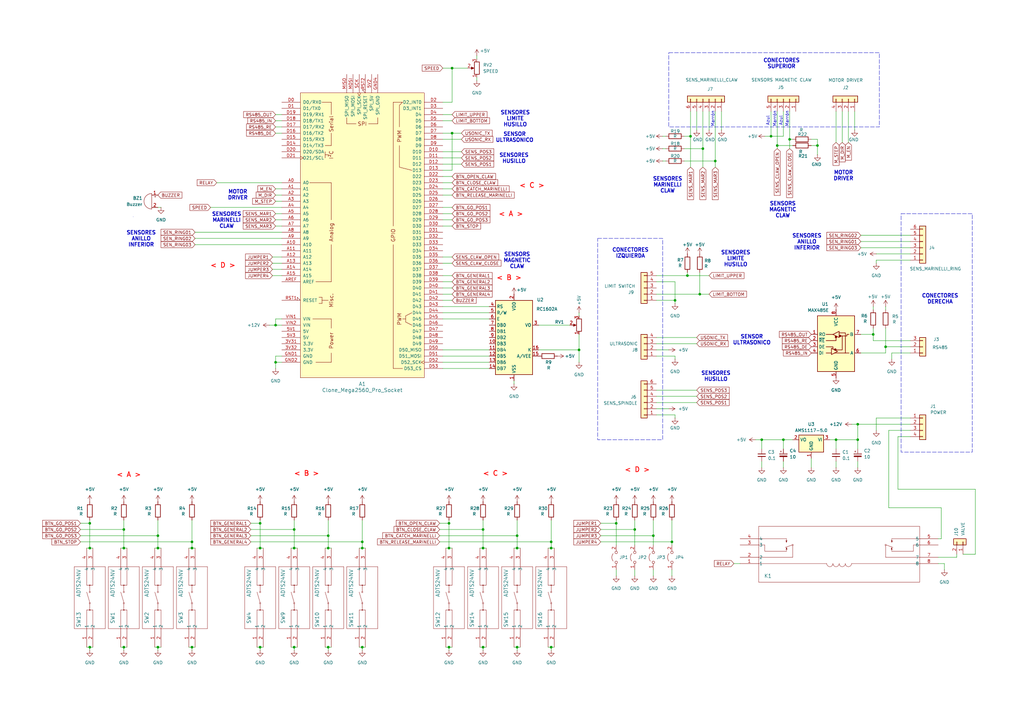
<source format=kicad_sch>
(kicad_sch (version 20231120) (generator "eeschema") (generator_version "8.0")
  (paper "A3")
  (lib_symbols
    (symbol "Connector_Generic:Conn_01x02" (pin_names (offset 1.016) hide)
      (property "Reference" "J" (at 0 2.54 0))
      (property "Value" "Conn_01x02" (at 0 -5.08 0))
      (symbol "Conn_01x02_1_1"
        (pin passive line (at -5.08 0 0) (length 3.81) (name "Pin_1") (number "1"))
        (pin passive line (at -5.08 -2.54 0) (length 3.81) (name "Pin_2") (number "2"))
      )
    )
    (symbol "Connector_Generic:Conn_01x03" (pin_names (offset 1.016) hide)
      (property "Reference" "J" (at 0 5.08 0))
      (property "Value" "Conn_01x03" (at 0 -5.08 0))
      (symbol "Conn_01x03_1_1"
        (pin passive line (at -5.08 2.54 0) (length 3.81) (name "Pin_1") (number "1"))
        (pin passive line (at -5.08 0 0) (length 3.81) (name "Pin_2") (number "2"))
        (pin passive line (at -5.08 -2.54 0) (length 3.81) (name "Pin_3") (number "3"))
      )
    )
    (symbol "Connector_Generic:Conn_01x04" (pin_names (offset 1.016) hide)
      (property "Reference" "J" (at 0 5.08 0))
      (property "Value" "Conn_01x04" (at 0 -7.62 0))
      (symbol "Conn_01x04_1_1"
        (pin passive line (at -5.08 2.54 0) (length 3.81) (name "Pin_1") (number "1"))
        (pin passive line (at -5.08 0 0) (length 3.81) (name "Pin_2") (number "2"))
        (pin passive line (at -5.08 -2.54 0) (length 3.81) (name "Pin_3") (number "3"))
        (pin passive line (at -5.08 -5.08 0) (length 3.81) (name "Pin_4") (number "4"))
      )
    )
    (symbol "Connector_Generic:Conn_01x05" (pin_names (offset 1.016) hide)
      (property "Reference" "J" (at 0 7.62 0))
      (property "Value" "Conn_01x05" (at 0 -7.62 0))
      (symbol "Conn_01x05_1_1"
        (pin passive line (at -5.08 5.08 0) (length 3.81) (name "Pin_1") (number "1"))
        (pin passive line (at -5.08 2.54 0) (length 3.81) (name "Pin_2") (number "2"))
        (pin passive line (at -5.08 0 0) (length 3.81) (name "Pin_3") (number "3"))
        (pin passive line (at -5.08 -2.54 0) (length 3.81) (name "Pin_4") (number "4"))
        (pin passive line (at -5.08 -5.08 0) (length 3.81) (name "Pin_5") (number "5"))
      )
    )
    (symbol "Connector_Generic:Conn_01x06" (pin_names (offset 1.016) hide)
      (property "Reference" "J" (at 0 7.62 0))
      (property "Value" "Conn_01x06" (at 0 -10.16 0))
      (symbol "Conn_01x06_1_1"
        (pin passive line (at -5.08 5.08 0) (length 3.81) (name "Pin_1") (number "1"))
        (pin passive line (at -5.08 2.54 0) (length 3.81) (name "Pin_2") (number "2"))
        (pin passive line (at -5.08 0 0) (length 3.81) (name "Pin_3") (number "3"))
        (pin passive line (at -5.08 -2.54 0) (length 3.81) (name "Pin_4") (number "4"))
        (pin passive line (at -5.08 -5.08 0) (length 3.81) (name "Pin_5") (number "5"))
        (pin passive line (at -5.08 -7.62 0) (length 3.81) (name "Pin_6") (number "6"))
      )
    )
    (symbol "Device:Buzzer" (pin_names (offset 0.0254) hide)
      (property "Reference" "BZ" (at 3.81 1.27 0))
      (property "Value" "Buzzer" (at 3.81 -1.27 0))
      (symbol "Buzzer_1_1"
        (pin passive line (at -2.54 2.54 0) (length 2.54) (name "+") (number "1"))
        (pin passive line (at -2.54 -2.54 0) (length 2.54) (name "-") (number "2"))
      )
    )
    (symbol "Device:C_Polarized_Small" (pin_numbers hide) (pin_names (offset 0.254) hide)
      (property "Reference" "C" (at 0.254 1.778 0))
      (property "Value" "C_Polarized_Small" (at 0.254 -2.032 0))
      (symbol "C_Polarized_Small_1_1"
        (pin passive line (at 0 2.54 270) (length 1.8542) (name "~") (number "1"))
        (pin passive line (at 0 -2.54 90) (length 1.8542) (name "~") (number "2"))
      )
    )
    (symbol "Device:C_Small" (pin_numbers hide) (pin_names (offset 0.254) hide)
      (property "Reference" "C" (at 0.254 1.778 0))
      (property "Value" "C_Small" (at 0.254 -2.032 0))
      (symbol "C_Small_1_1"
        (pin passive line (at 0 2.54 270) (length 2.032) (name "~") (number "1"))
        (pin passive line (at 0 -2.54 90) (length 2.032) (name "~") (number "2"))
      )
    )
    (symbol "Device:R" (pin_numbers hide) (pin_names (offset 0))
      (property "Reference" "R" (at 2.032 0 90))
      (property "Value" "R" (at 0 0 90))
      (symbol "R_1_1"
        (pin passive line (at 0 3.81 270) (length 1.27) (name "~") (number "1"))
        (pin passive line (at 0 -3.81 90) (length 1.27) (name "~") (number "2"))
      )
    )
    (symbol "Device:R_Potentiometer" (pin_names (offset 1.016) hide)
      (property "Reference" "RV" (at -4.445 0 90))
      (property "Value" "R_Potentiometer" (at -2.54 0 90))
      (symbol "R_Potentiometer_1_1"
        (pin passive line (at 0 3.81 270) (length 1.27) (name "1") (number "1"))
        (pin passive line (at 3.81 0 180) (length 1.27) (name "2") (number "2"))
        (pin passive line (at 0 -3.81 90) (length 1.27) (name "3") (number "3"))
      )
    )
    (symbol "Display_Character:RC1602A"
      (property "Reference" "U" (at -6.35 16.51 0))
      (property "Value" "RC1602A" (at 2.794 16.51 0))
      (symbol "RC1602A_1_1"
        (pin power_in line (at 0 -17.78 90) (length 2.54) (name "VSS") (number "1"))
        (pin bidirectional line (at -10.16 -2.54 0) (length 2.54) (name "DB3") (number "10"))
        (pin bidirectional line (at -10.16 -5.08 0) (length 2.54) (name "DB4") (number "11"))
        (pin bidirectional line (at -10.16 -7.62 0) (length 2.54) (name "DB5") (number "12"))
        (pin bidirectional line (at -10.16 -10.16 0) (length 2.54) (name "DB6") (number "13"))
        (pin bidirectional line (at -10.16 -12.7 0) (length 2.54) (name "DB7") (number "14"))
        (pin power_in line (at 10.16 -7.62 180) (length 2.54) (name "A/VEE") (number "15"))
        (pin power_in line (at 10.16 -5.08 180) (length 2.54) (name "K") (number "16"))
        (pin power_in line (at 0 17.78 270) (length 2.54) (name "VDD") (number "2"))
        (pin power_in line (at 10.16 5.08 180) (length 2.54) (name "VO") (number "3"))
        (pin input line (at -10.16 12.7 0) (length 2.54) (name "RS") (number "4"))
        (pin input line (at -10.16 10.16 0) (length 2.54) (name "R/W") (number "5"))
        (pin input line (at -10.16 7.62 0) (length 2.54) (name "E") (number "6"))
        (pin bidirectional line (at -10.16 5.08 0) (length 2.54) (name "DB0") (number "7"))
        (pin bidirectional line (at -10.16 2.54 0) (length 2.54) (name "DB1") (number "8"))
        (pin bidirectional line (at -10.16 0 0) (length 2.54) (name "DB2") (number "9"))
      )
    )
    (symbol "Interface_UART:MAX485E"
      (property "Reference" "U" (at -6.096 11.43 0))
      (property "Value" "MAX485E" (at 0.762 11.43 0))
      (symbol "MAX485E_1_1"
        (pin output line (at -10.16 2.54 0) (length 2.54) (name "RO") (number "1"))
        (pin input line (at -10.16 0 0) (length 2.54) (name "~{RE}") (number "2"))
        (pin input line (at -10.16 -2.54 0) (length 2.54) (name "DE") (number "3"))
        (pin input line (at -10.16 -5.08 0) (length 2.54) (name "DI") (number "4"))
        (pin power_in line (at 0 -15.24 90) (length 2.54) (name "GND") (number "5"))
        (pin bidirectional line (at 10.16 -5.08 180) (length 2.54) (name "A") (number "6"))
        (pin bidirectional line (at 10.16 2.54 180) (length 2.54) (name "B") (number "7"))
        (pin power_in line (at 0 12.7 270) (length 2.54) (name "VCC") (number "8"))
      )
    )
    (symbol "Jumper:Jumper_2_Open" (pin_names (offset 0) hide)
      (property "Reference" "JP" (at 0 2.794 0))
      (property "Value" "Jumper_2_Open" (at 0 -2.286 0))
      (symbol "Jumper_2_Open_1_1"
        (pin passive line (at -5.08 0 0) (length 2.54) (name "A") (number "1"))
        (pin passive line (at 5.08 0 180) (length 2.54) (name "B") (number "2"))
      )
    )
    (symbol "Pushbutton big:ADTS24NV" (pin_names (offset 0.254))
      (property "Reference" "SW" (at 20.32 10.16 0))
      (property "Value" "ADTS24NV" (at 20.32 7.62 0))
      (symbol "ADTS24NV_0_1"
        (pin unspecified line (at 0 0 0) (length 7.62) (name "1") (number "1"))
        (pin unspecified line (at 0 -2.54 0) (length 7.62) (name "2") (number "2"))
        (pin unspecified line (at 40.64 -2.54 180) (length 7.62) (name "3") (number "3"))
        (pin unspecified line (at 40.64 0 180) (length 7.62) (name "4") (number "4"))
      )
    )
    (symbol "Regulator_Linear:AMS1117-5.0"
      (property "Reference" "U" (at -3.81 3.175 0))
      (property "Value" "AMS1117-5.0" (at 0 3.175 0))
      (symbol "AMS1117-5.0_1_1"
        (pin power_in line (at 0 -7.62 90) (length 2.54) (name "GND") (number "1"))
        (pin power_out line (at 7.62 0 180) (length 2.54) (name "VO") (number "2"))
        (pin power_in line (at -7.62 0 0) (length 2.54) (name "VI") (number "3"))
      )
    )
    (symbol "Relay hrs2h-s-dc:HRS2H-S_DC12V" (pin_names (offset 0.254))
      (property "Reference" "K" (at 40.64 12.7 0))
      (property "Value" "HRS2H-S DC12V" (at 40.64 10.16 0))
      (symbol "HRS2H-S_DC12V_0_1"
        (pin unspecified line (at 0 0 0) (length 7.62) (name "1") (number "1"))
        (pin unspecified line (at 0 -2.54 0) (length 7.62) (name "2") (number "2"))
        (pin unspecified line (at 0 -7.62 0) (length 7.62) (name "3") (number "3"))
        (pin unspecified line (at 0 -10.16 0) (length 7.62) (name "4") (number "4"))
        (pin unspecified line (at 81.28 -10.16 180) (length 7.62) (name "5") (number "5"))
        (pin unspecified line (at 81.28 -7.62 180) (length 7.62) (name "6") (number "6"))
        (pin unspecified line (at 81.28 -2.54 180) (length 7.62) (name "7") (number "7"))
        (pin unspecified line (at 81.28 0 180) (length 7.62) (name "8") (number "8"))
      )
    )
    (symbol "arduino-library:Clone_Mega2560_Pro_Socket" (pin_names (offset 1.016))
      (property "Reference" "A" (at 0 -62.23 0))
      (property "Value" "Clone_Mega2560_Pro_Socket" (at 0 -66.04 0))
      (symbol "Clone_Mega2560_Pro_Socket_0_0"
        (text "Analog" (at -12.7 1.27 900) (effects (font (size 1.524 1.524))))
        (text "I²C" (at -12.7 33.02 900) (effects (font (size 1.524 1.524))))
        (text "Misc." (at -12.7 -26.67 900) (effects (font (size 1.524 1.524))))
        (text "Power" (at -12.7 -43.18 900) (effects (font (size 1.524 1.524))))
        (text "PWM" (at 15.24 -34.29 900) (effects (font (size 1.524 1.524))))
        (text "PWM" (at 15.24 40.64 900) (effects (font (size 1.524 1.524))))
        (text "Serial" (at -12.7 45.72 900) (effects (font (size 1.524 1.524))))
        (text "SPI" (at 0 45.72 0) (effects (font (size 1.524 1.524))))
      )
      (symbol "Clone_Mega2560_Pro_Socket_1_0"
        (text "GPIO" (at 12.7 0 900) (effects (font (size 1.524 1.524))))
      )
      (symbol "Clone_Mega2560_Pro_Socket_1_1"
        (pin power_out line (at -33.02 -44.45 0) (length 7.62) (name "3.3V") (number "3V31"))
        (pin power_out line (at -33.02 -46.99 0) (length 7.62) (name "3.3V") (number "3V32"))
        (pin power_in line (at -33.02 -39.37 0) (length 7.62) (name "5V") (number "5V1"))
        (pin power_in line (at 3.81 66.04 270) (length 7.62) (name "SPI_5V") (number "5V2"))
        (pin power_in line (at -33.02 -41.91 0) (length 7.62) (name "5V") (number "5V3"))
        (pin bidirectional line (at -33.02 21.59 0) (length 7.62) (name "A0") (number "A0"))
        (pin bidirectional line (at -33.02 19.05 0) (length 7.62) (name "A1") (number "A1"))
        (pin bidirectional line (at -33.02 -3.81 0) (length 7.62) (name "A10") (number "A10"))
        (pin bidirectional line (at -33.02 -6.35 0) (length 7.62) (name "A11") (number "A11"))
        (pin bidirectional line (at -33.02 -8.89 0) (length 7.62) (name "A12") (number "A12"))
        (pin bidirectional line (at -33.02 -11.43 0) (length 7.62) (name "A13") (number "A13"))
        (pin bidirectional line (at -33.02 -13.97 0) (length 7.62) (name "A14") (number "A14"))
        (pin bidirectional line (at -33.02 -16.51 0) (length 7.62) (name "A15") (number "A15"))
        (pin bidirectional line (at -33.02 16.51 0) (length 7.62) (name "A2") (number "A2"))
        (pin bidirectional line (at -33.02 13.97 0) (length 7.62) (name "A3") (number "A3"))
        (pin bidirectional line (at -33.02 11.43 0) (length 7.62) (name "A4") (number "A4"))
        (pin bidirectional line (at -33.02 8.89 0) (length 7.62) (name "A5") (number "A5"))
        (pin bidirectional line (at -33.02 6.35 0) (length 7.62) (name "A6") (number "A6"))
        (pin bidirectional line (at -33.02 3.81 0) (length 7.62) (name "A7") (number "A7"))
        (pin bidirectional line (at -33.02 1.27 0) (length 7.62) (name "A8") (number "A8"))
        (pin bidirectional line (at -33.02 -1.27 0) (length 7.62) (name "A9") (number "A9"))
        (pin input line (at -33.02 -19.05 0) (length 7.62) (name "AREF") (number "AREF"))
        (pin bidirectional line (at -33.02 54.61 0) (length 7.62) (name "D0/RX0") (number "D0"))
        (pin bidirectional line (at -33.02 52.07 0) (length 7.62) (name "D1/TX0") (number "D1"))
        (pin bidirectional line (at 33.02 34.29 180) (length 7.62) (name "D10") (number "D10"))
        (pin bidirectional line (at 33.02 31.75 180) (length 7.62) (name "D11") (number "D11"))
        (pin bidirectional line (at 33.02 29.21 180) (length 7.62) (name "D12") (number "D12"))
        (pin bidirectional line (at 33.02 26.67 180) (length 7.62) (name "D13") (number "D13"))
        (pin bidirectional line (at -33.02 36.83 0) (length 7.62) (name "D14/TX3") (number "D14"))
        (pin bidirectional line (at -33.02 39.37 0) (length 7.62) (name "D15/RX3") (number "D15"))
        (pin bidirectional line (at -33.02 41.91 0) (length 7.62) (name "D16/TX2") (number "D16"))
        (pin bidirectional line (at -33.02 44.45 0) (length 7.62) (name "D17/RX2") (number "D17"))
        (pin bidirectional line (at -33.02 46.99 0) (length 7.62) (name "D18/TX1") (number "D18"))
        (pin bidirectional line (at -33.02 49.53 0) (length 7.62) (name "D19/RX1") (number "D19"))
        (pin bidirectional line (at 33.02 54.61 180) (length 7.62) (name "D2_INT0") (number "D2"))
        (pin bidirectional line (at -33.02 34.29 0) (length 7.62) (name "D20/SDA") (number "D20"))
        (pin bidirectional clock (at -33.02 31.75 0) (length 7.62) (name "D21/SCL") (number "D21"))
        (pin bidirectional line (at 33.02 24.13 180) (length 7.62) (name "D22") (number "D22"))
        (pin bidirectional line (at 33.02 21.59 180) (length 7.62) (name "D23") (number "D23"))
        (pin bidirectional line (at 33.02 19.05 180) (length 7.62) (name "D24") (number "D24"))
        (pin bidirectional line (at 33.02 16.51 180) (length 7.62) (name "D25") (number "D25"))
        (pin bidirectional line (at 33.02 13.97 180) (length 7.62) (name "D26") (number "D26"))
        (pin bidirectional line (at 33.02 11.43 180) (length 7.62) (name "D27") (number "D27"))
        (pin bidirectional line (at 33.02 8.89 180) (length 7.62) (name "D28") (number "D28"))
        (pin bidirectional line (at 33.02 6.35 180) (length 7.62) (name "D29") (number "D29"))
        (pin bidirectional line (at 33.02 52.07 180) (length 7.62) (name "D3_INT1") (number "D3"))
        (pin bidirectional line (at 33.02 3.81 180) (length 7.62) (name "D30") (number "D30"))
        (pin bidirectional line (at 33.02 1.27 180) (length 7.62) (name "D31") (number "D31"))
        (pin bidirectional line (at 33.02 -1.27 180) (length 7.62) (name "D32") (number "D32"))
        (pin bidirectional line (at 33.02 -3.81 180) (length 7.62) (name "D33") (number "D33"))
        (pin bidirectional line (at 33.02 -6.35 180) (length 7.62) (name "D34") (number "D34"))
        (pin bidirectional line (at 33.02 -8.89 180) (length 7.62) (name "D35") (number "D35"))
        (pin bidirectional line (at 33.02 -11.43 180) (length 7.62) (name "D36") (number "D36"))
        (pin bidirectional line (at 33.02 -13.97 180) (length 7.62) (name "D37") (number "D37"))
        (pin bidirectional line (at 33.02 -16.51 180) (length 7.62) (name "D38") (number "D38"))
        (pin bidirectional line (at 33.02 -19.05 180) (length 7.62) (name "D39") (number "D39"))
        (pin bidirectional line (at 33.02 49.53 180) (length 7.62) (name "D4") (number "D4"))
        (pin bidirectional line (at 33.02 -21.59 180) (length 7.62) (name "D40") (number "D40"))
        (pin bidirectional line (at 33.02 -24.13 180) (length 7.62) (name "D41") (number "D41"))
        (pin bidirectional line (at 33.02 -26.67 180) (length 7.62) (name "D42") (number "D42"))
        (pin bidirectional line (at 33.02 -29.21 180) (length 7.62) (name "D43") (number "D43"))
        (pin bidirectional line (at 33.02 -31.75 180) (length 7.62) (name "D44") (number "D44"))
        (pin bidirectional line (at 33.02 -34.29 180) (length 7.62) (name "D45") (number "D45"))
        (pin bidirectional line (at 33.02 -36.83 180) (length 7.62) (name "D46") (number "D46"))
        (pin bidirectional line (at 33.02 -39.37 180) (length 7.62) (name "D47") (number "D47"))
        (pin bidirectional line (at 33.02 -41.91 180) (length 7.62) (name "D48") (number "D48"))
        (pin bidirectional line (at 33.02 -44.45 180) (length 7.62) (name "D49") (number "D49"))
        (pin bidirectional line (at 33.02 46.99 180) (length 7.62) (name "D5") (number "D5"))
        (pin bidirectional line (at 33.02 -46.99 180) (length 7.62) (name "D50_MISO") (number "D50"))
        (pin bidirectional line (at 33.02 -49.53 180) (length 7.62) (name "D51_MOSI") (number "D51"))
        (pin bidirectional clock (at 33.02 -52.07 180) (length 7.62) (name "D52_SCK") (number "D52"))
        (pin bidirectional line (at 33.02 -54.61 180) (length 7.62) (name "D53_CS") (number "D53"))
        (pin bidirectional line (at 33.02 44.45 180) (length 7.62) (name "D6") (number "D6"))
        (pin bidirectional line (at 33.02 41.91 180) (length 7.62) (name "D7") (number "D7"))
        (pin bidirectional line (at 33.02 39.37 180) (length 7.62) (name "D8") (number "D8"))
        (pin bidirectional line (at 33.02 36.83 180) (length 7.62) (name "D9") (number "D9"))
        (pin power_in line (at -33.02 -49.53 0) (length 7.62) (name "GND") (number "GND1"))
        (pin power_in line (at -33.02 -52.07 0) (length 7.62) (name "GND") (number "GND2"))
        (pin power_in line (at 6.35 66.04 270) (length 7.62) (name "SPI_GND") (number "GND4"))
        (pin input line (at -6.35 66.04 270) (length 7.62) (name "SPI_MISO") (number "MISO"))
        (pin output line (at -3.81 66.04 270) (length 7.62) (name "SPI_MOSI") (number "MOSI"))
        (pin open_collector input_low (at -33.02 -26.67 0) (length 7.62) (name "RESET") (number "RST1"))
        (pin open_collector input_low (at 1.27 66.04 270) (length 7.62) (name "SPI_RESET") (number "RST2"))
        (pin output clock (at -1.27 66.04 270) (length 7.62) (name "SPI_SCK") (number "SCK"))
        (pin power_in line (at -33.02 -34.29 0) (length 7.62) (name "VIN") (number "VIN1"))
        (pin power_in line (at -33.02 -36.83 0) (length 7.62) (name "VIN") (number "VIN2"))
      )
    )
    (symbol "power:+5V" (power) (pin_numbers hide) (pin_names (offset 0) hide)
      (property "Value" "+5V" (at 0 3.556 0))
      (symbol "+5V_1_1"
        (pin power_in line (at 0 0 90) (length 0) (name "~") (number "1"))
      )
    )
    (symbol "power:GND" (power) (pin_numbers hide) (pin_names (offset 0) hide)
      (property "Value" "GND" (at 0 -3.81 0))
      (symbol "GND_1_1"
        (pin power_in line (at 0 0 270) (length 0) (name "~") (number "1"))
      )
    )
  )
  (junction (at 288.29 60.96))
  (junction (at 275.59 222.25))
  (junction (at 113.03 148.59))
  (junction (at 185.42 27.94))
  (junction (at 212.09 219.71))
  (junction (at 335.28 59.69))
  (junction (at 36.83 214.63))
  (junction (at 134.62 265.43))
  (junction (at 237.49 143.51))
  (junction (at 50.8 224.79))
  (junction (at 293.37 66.04))
  (junction (at 198.12 265.43))
  (junction (at 120.65 265.43))
  (junction (at 276.86 123.19))
  (junction (at 184.15 265.43))
  (junction (at 50.8 265.43))
  (junction (at 198.12 217.17))
  (junction (at 134.62 219.71))
  (junction (at 351.79 180.34))
  (junction (at 281.94 113.03))
  (junction (at 226.06 222.25))
  (junction (at 148.59 265.43))
  (junction (at 36.83 224.79))
  (junction (at 185.42 54.61))
  (junction (at 78.74 265.43))
  (junction (at 184.15 224.79))
  (junction (at 106.68 265.43))
  (junction (at 358.14 137.16))
  (junction (at 318.77 59.69))
  (junction (at 106.68 224.79))
  (junction (at 198.12 224.79))
  (junction (at 64.77 219.71))
  (junction (at 36.83 265.43))
  (junction (at 316.23 55.88))
  (junction (at 212.09 265.43))
  (junction (at 78.74 224.79))
  (junction (at 323.85 57.15))
  (junction (at 287.02 120.65))
  (junction (at 120.65 224.79))
  (junction (at 64.77 265.43))
  (junction (at 184.15 214.63))
  (junction (at 64.77 224.79))
  (junction (at 267.97 219.71))
  (junction (at 148.59 224.79))
  (junction (at 148.59 222.25))
  (junction (at 226.06 224.79))
  (junction (at 120.65 217.17))
  (junction (at 106.68 214.63))
  (junction (at 312.42 180.34))
  (junction (at 363.22 142.24))
  (junction (at 134.62 224.79))
  (junction (at 78.74 222.25))
  (junction (at 260.35 217.17))
  (junction (at 50.8 217.17))
  (junction (at 252.73 214.63))
  (junction (at 113.03 133.35))
  (junction (at 351.79 173.99))
  (junction (at 226.06 265.43))
  (junction (at 342.9 180.34))
  (junction (at 321.31 180.34))
  (junction (at 212.09 224.79))
  (junction (at 283.21 55.88))
  (wire (pts (xy 280.67 66.04) (xy 293.37 66.04)))
  (wire (pts (xy 384.81 228.6) (xy 392.43 228.6)))
  (wire (pts (xy 332.74 187.96) (xy 332.74 191.77)))
  (wire (pts (xy 111.76 113.03) (xy 115.57 113.03)))
  (wire (pts (xy 180.34 222.25) (xy 226.06 222.25)))
  (wire (pts (xy 342.9 180.34) (xy 351.79 180.34)))
  (wire (pts (xy 226.06 213.36) (xy 226.06 222.25)))
  (wire (pts (xy 252.73 214.63) (xy 252.73 223.52)))
  (wire (pts (xy 181.61 143.51) (xy 200.66 143.51)))
  (wire (pts (xy 182.88 224.79) (xy 184.15 224.79)))
  (wire (pts (xy 181.61 123.19) (xy 185.42 123.19)))
  (wire (pts (xy 120.65 217.17) (xy 120.65 224.79)))
  (wire (pts (xy 181.61 67.31) (xy 189.23 67.31)))
  (wire (pts (xy 275.59 222.25) (xy 275.59 223.52)))
  (wire (pts (xy 269.24 170.18) (xy 276.86 170.18)))
  (wire (pts (xy 321.31 180.34) (xy 312.42 180.34)))
  (wire (pts (xy 349.25 173.99) (xy 351.79 173.99)))
  (wire (pts (xy 271.78 60.96) (xy 273.05 60.96)))
  (wire (pts (xy 113.03 130.81) (xy 113.03 133.35)))
  (wire (pts (xy 237.49 128.27) (xy 237.49 129.54)))
  (wire (pts (xy 269.24 143.51) (xy 274.32 143.51)))
  (wire (pts (xy 246.38 217.17) (xy 260.35 217.17)))
  (wire (pts (xy 195.58 22.86) (xy 195.58 24.13)))
  (wire (pts (xy 363.22 144.78) (xy 353.06 144.78)))
  (wire (pts (xy 359.41 106.68) (xy 373.38 106.68)))
  (wire (pts (xy 49.53 224.79) (xy 50.8 224.79)))
  (wire (pts (xy 267.97 213.36) (xy 267.97 219.71)))
  (wire (pts (xy 226.06 222.25) (xy 226.06 224.79)))
  (wire (pts (xy 198.12 217.17) (xy 198.12 224.79)))
  (wire (pts (xy 288.29 60.96) (xy 288.29 45.72)))
  (wire (pts (xy 269.24 115.57) (xy 276.86 115.57)))
  (wire (pts (xy 363.22 125.73) (xy 363.22 127)))
  (wire (pts (xy 198.12 213.36) (xy 198.12 217.17)))
  (wire (pts (xy 293.37 66.04) (xy 293.37 68.58)))
  (wire (pts (xy 78.74 213.36) (xy 78.74 222.25)))
  (wire (pts (xy 368.3 179.07) (xy 368.3 200.66)))
  (wire (pts (xy 120.65 224.79) (xy 121.92 224.79)))
  (wire (pts (xy 384.81 231.14) (xy 387.35 231.14)))
  (wire (pts (xy 283.21 55.88) (xy 283.21 68.58)))
  (wire (pts (xy 113.03 92.71) (xy 115.57 92.71)))
  (wire (pts (xy 351.79 189.23) (xy 351.79 191.77)))
  (wire (pts (xy 78.74 224.79) (xy 80.01 224.79)))
  (wire (pts (xy 181.61 54.61) (xy 185.42 54.61)))
  (wire (pts (xy 210.82 265.43) (xy 212.09 265.43)))
  (wire (pts (xy 113.03 52.07) (xy 115.57 52.07)))
  (wire (pts (xy 148.59 222.25) (xy 148.59 224.79)))
  (wire (pts (xy 345.44 45.72) (xy 345.44 58.42)))
  (wire (pts (xy 359.41 176.53) (xy 359.41 171.45)))
  (wire (pts (xy 36.83 265.43) (xy 36.83 266.7)))
  (wire (pts (xy 212.09 219.71) (xy 212.09 224.79)))
  (wire (pts (xy 113.03 90.17) (xy 115.57 90.17)))
  (wire (pts (xy 196.85 265.43) (xy 198.12 265.43)))
  (wire (pts (xy 185.42 41.91) (xy 181.61 41.91)))
  (wire (pts (xy 276.86 147.32) (xy 276.86 146.05)))
  (wire (pts (xy 347.98 45.72) (xy 347.98 58.42)))
  (wire (pts (xy 281.94 111.76) (xy 281.94 113.03)))
  (wire (pts (xy 342.9 45.72) (xy 342.9 58.42)))
  (wire (pts (xy 226.06 265.43) (xy 226.06 266.7)))
  (wire (pts (xy 269.24 138.43) (xy 285.75 138.43)))
  (wire (pts (xy 113.03 82.55) (xy 115.57 82.55)))
  (wire (pts (xy 113.03 146.05) (xy 113.03 148.59)))
  (wire (pts (xy 134.62 265.43) (xy 134.62 266.7)))
  (wire (pts (xy 210.82 156.21) (xy 210.82 157.48)))
  (wire (pts (xy 35.56 224.79) (xy 36.83 224.79)))
  (wire (pts (xy 105.41 224.79) (xy 106.68 224.79)))
  (wire (pts (xy 181.61 125.73) (xy 200.66 125.73)))
  (wire (pts (xy 280.67 60.96) (xy 288.29 60.96)))
  (wire (pts (xy 363.22 142.24) (xy 363.22 144.78)))
  (wire (pts (xy 147.32 265.43) (xy 148.59 265.43)))
  (wire (pts (xy 134.62 219.71) (xy 134.62 224.79)))
  (wire (pts (xy 210.82 224.79) (xy 212.09 224.79)))
  (wire (pts (xy 185.42 27.94) (xy 185.42 41.91)))
  (wire (pts (xy 358.14 139.7) (xy 358.14 137.16)))
  (wire (pts (xy 224.79 224.79) (xy 226.06 224.79)))
  (wire (pts (xy 181.61 74.93) (xy 185.42 74.93)))
  (wire (pts (xy 80.01 97.79) (xy 115.57 97.79)))
  (wire (pts (xy 269.24 160.02) (xy 285.75 160.02)))
  (wire (pts (xy 181.61 27.94) (xy 185.42 27.94)))
  (wire (pts (xy 280.67 55.88) (xy 283.21 55.88)))
  (wire (pts (xy 181.61 107.95) (xy 185.42 107.95)))
  (wire (pts (xy 195.58 31.75) (xy 195.58 33.02)))
  (wire (pts (xy 113.03 148.59) (xy 115.57 148.59)))
  (wire (pts (xy 88.9 74.93) (xy 115.57 74.93)))
  (wire (pts (xy 113.03 148.59) (xy 113.03 151.13)))
  (wire (pts (xy 288.29 60.96) (xy 288.29 68.58)))
  (wire (pts (xy 342.9 189.23) (xy 342.9 191.77)))
  (wire (pts (xy 106.68 214.63) (xy 106.68 224.79)))
  (wire (pts (xy 252.73 213.36) (xy 252.73 214.63)))
  (wire (pts (xy 113.03 133.35) (xy 115.57 133.35)))
  (wire (pts (xy 113.03 54.61) (xy 115.57 54.61)))
  (wire (pts (xy 358.14 137.16) (xy 353.06 137.16)))
  (wire (pts (xy 275.59 213.36) (xy 275.59 222.25)))
  (wire (pts (xy 63.5 224.79) (xy 64.77 224.79)))
  (wire (pts (xy 120.65 213.36) (xy 120.65 217.17)))
  (wire (pts (xy 64.77 224.79) (xy 66.04 224.79)))
  (wire (pts (xy 318.77 45.72) (xy 318.77 59.69)))
  (wire (pts (xy 33.02 217.17) (xy 50.8 217.17)))
  (wire (pts (xy 318.77 59.69) (xy 325.12 59.69)))
  (wire (pts (xy 287.02 111.76) (xy 287.02 120.65)))
  (wire (pts (xy 400.05 227.33) (xy 394.97 227.33)))
  (wire (pts (xy 312.42 189.23) (xy 312.42 191.77)))
  (wire (pts (xy 246.38 222.25) (xy 275.59 222.25)))
  (wire (pts (xy 181.61 120.65) (xy 185.42 120.65)))
  (wire (pts (xy 80.01 95.25) (xy 115.57 95.25)))
  (wire (pts (xy 50.8 217.17) (xy 50.8 224.79)))
  (wire (pts (xy 106.68 265.43) (xy 106.68 266.7)))
  (wire (pts (xy 359.41 171.45) (xy 373.38 171.45)))
  (wire (pts (xy 198.12 224.79) (xy 199.39 224.79)))
  (wire (pts (xy 106.68 224.79) (xy 107.95 224.79)))
  (wire (pts (xy 246.38 219.71) (xy 267.97 219.71)))
  (wire (pts (xy 224.79 265.43) (xy 226.06 265.43)))
  (wire (pts (xy 364.49 208.28) (xy 386.08 208.28)))
  (wire (pts (xy 386.08 220.98) (xy 384.81 220.98)))
  (wire (pts (xy 276.86 124.46) (xy 276.86 123.19)))
  (wire (pts (xy 226.06 265.43) (xy 227.33 265.43)))
  (wire (pts (xy 368.3 200.66) (xy 400.05 200.66)))
  (wire (pts (xy 321.31 180.34) (xy 321.31 184.15)))
  (wire (pts (xy 184.15 265.43) (xy 184.15 266.7)))
  (wire (pts (xy 115.57 146.05) (xy 113.03 146.05)))
  (wire (pts (xy 198.12 265.43) (xy 199.39 265.43)))
  (wire (pts (xy 184.15 265.43) (xy 185.42 265.43)))
  (wire (pts (xy 293.37 66.04) (xy 293.37 45.72)))
  (wire (pts (xy 181.61 105.41) (xy 185.42 105.41)))
  (wire (pts (xy 64.77 265.43) (xy 66.04 265.43)))
  (wire (pts (xy 353.06 96.52) (xy 373.38 96.52)))
  (wire (pts (xy 86.36 85.09) (xy 115.57 85.09)))
  (wire (pts (xy 237.49 137.16) (xy 237.49 143.51)))
  (wire (pts (xy 33.02 214.63) (xy 36.83 214.63)))
  (wire (pts (xy 78.74 265.43) (xy 78.74 266.7)))
  (wire (pts (xy 102.87 222.25) (xy 148.59 222.25)))
  (wire (pts (xy 281.94 113.03) (xy 290.83 113.03)))
  (wire (pts (xy 252.73 233.68) (xy 252.73 236.22)))
  (wire (pts (xy 113.03 46.99) (xy 115.57 46.99)))
  (wire (pts (xy 295.91 45.72) (xy 295.91 53.34)))
  (wire (pts (xy 351.79 173.99) (xy 351.79 180.34)))
  (wire (pts (xy 64.77 219.71) (xy 64.77 224.79)))
  (wire (pts (xy 120.65 265.43) (xy 120.65 266.7)))
  (wire (pts (xy 36.83 224.79) (xy 38.1 224.79)))
  (wire (pts (xy 276.86 171.45) (xy 276.86 170.18)))
  (wire (pts (xy 50.8 265.43) (xy 50.8 266.7)))
  (wire (pts (xy 316.23 55.88) (xy 313.69 55.88)))
  (wire (pts (xy 181.61 62.23) (xy 189.23 62.23)))
  (wire (pts (xy 134.62 265.43) (xy 135.89 265.43)))
  (wire (pts (xy 134.62 213.36) (xy 134.62 219.71)))
  (wire (pts (xy 147.32 224.79) (xy 148.59 224.79)))
  (wire (pts (xy 113.03 80.01) (xy 115.57 80.01)))
  (wire (pts (xy 350.52 45.72) (xy 350.52 53.34)))
  (wire (pts (xy 400.05 200.66) (xy 400.05 227.33)))
  (wire (pts (xy 119.38 224.79) (xy 120.65 224.79)))
  (wire (pts (xy 181.61 85.09) (xy 185.42 85.09)))
  (wire (pts (xy 373.38 176.53) (xy 364.49 176.53)))
  (wire (pts (xy 300.99 231.14) (xy 303.53 231.14)))
  (wire (pts (xy 353.06 99.06) (xy 373.38 99.06)))
  (wire (pts (xy 269.24 123.19) (xy 276.86 123.19)))
  (wire (pts (xy 363.22 142.24) (xy 373.38 142.24)))
  (wire (pts (xy 358.14 139.7) (xy 373.38 139.7)))
  (wire (pts (xy 119.38 265.43) (xy 120.65 265.43)))
  (wire (pts (xy 66.04 85.09) (xy 64.77 85.09)))
  (wire (pts (xy 365.76 144.78) (xy 365.76 147.32)))
  (wire (pts (xy 185.42 69.85) (xy 185.42 54.61)))
  (wire (pts (xy 134.62 224.79) (xy 135.89 224.79)))
  (wire (pts (xy 181.61 118.11) (xy 185.42 118.11)))
  (wire (pts (xy 77.47 224.79) (xy 78.74 224.79)))
  (wire (pts (xy 181.61 148.59) (xy 200.66 148.59)))
  (wire (pts (xy 312.42 180.34) (xy 312.42 184.15)))
  (wire (pts (xy 120.65 265.43) (xy 121.92 265.43)))
  (wire (pts (xy 181.61 90.17) (xy 185.42 90.17)))
  (wire (pts (xy 181.61 115.57) (xy 185.42 115.57)))
  (wire (pts (xy 271.78 55.88) (xy 273.05 55.88)))
  (wire (pts (xy 323.85 57.15) (xy 323.85 60.96)))
  (wire (pts (xy 267.97 233.68) (xy 267.97 236.22)))
  (wire (pts (xy 63.5 265.43) (xy 64.77 265.43)))
  (wire (pts (xy 321.31 189.23) (xy 321.31 191.77)))
  (wire (pts (xy 181.61 80.01) (xy 185.42 80.01)))
  (wire (pts (xy 33.02 219.71) (xy 64.77 219.71)))
  (wire (pts (xy 181.61 113.03) (xy 185.42 113.03)))
  (wire (pts (xy 290.83 45.72) (xy 290.83 53.34)))
  (wire (pts (xy 387.35 231.14) (xy 387.35 233.68)))
  (wire (pts (xy 220.98 143.51) (xy 237.49 143.51)))
  (wire (pts (xy 269.24 140.97) (xy 285.75 140.97)))
  (wire (pts (xy 50.8 213.36) (xy 50.8 217.17)))
  (wire (pts (xy 49.53 265.43) (xy 50.8 265.43)))
  (wire (pts (xy 181.61 69.85) (xy 185.42 69.85)))
  (wire (pts (xy 181.61 46.99) (xy 185.42 46.99)))
  (wire (pts (xy 220.98 133.35) (xy 233.68 133.35)))
  (wire (pts (xy 323.85 57.15) (xy 325.12 57.15)))
  (wire (pts (xy 335.28 59.69) (xy 335.28 63.5)))
  (wire (pts (xy 323.85 45.72) (xy 323.85 57.15)))
  (wire (pts (xy 181.61 87.63) (xy 185.42 87.63)))
  (wire (pts (xy 276.86 115.57) (xy 276.86 123.19)))
  (wire (pts (xy 212.09 265.43) (xy 212.09 266.7)))
  (wire (pts (xy 237.49 143.51) (xy 237.49 148.59)))
  (wire (pts (xy 287.02 120.65) (xy 290.83 120.65)))
  (wire (pts (xy 198.12 265.43) (xy 198.12 266.7)))
  (wire (pts (xy 36.83 214.63) (xy 36.83 224.79)))
  (wire (pts (xy 184.15 224.79) (xy 185.42 224.79)))
  (wire (pts (xy 184.15 213.36) (xy 184.15 214.63)))
  (wire (pts (xy 271.78 66.04) (xy 273.05 66.04)))
  (wire (pts (xy 33.02 222.25) (xy 78.74 222.25)))
  (wire (pts (xy 226.06 224.79) (xy 227.33 224.79)))
  (wire (pts (xy 191.77 27.94) (xy 185.42 27.94)))
  (wire (pts (xy 36.83 213.36) (xy 36.83 214.63)))
  (wire (pts (xy 275.59 233.68) (xy 275.59 236.22)))
  (wire (pts (xy 77.47 265.43) (xy 78.74 265.43)))
  (wire (pts (xy 106.68 265.43) (xy 107.95 265.43)))
  (wire (pts (xy 269.24 146.05) (xy 276.86 146.05)))
  (wire (pts (xy 181.61 128.27) (xy 200.66 128.27)))
  (wire (pts (xy 180.34 217.17) (xy 198.12 217.17)))
  (wire (pts (xy 321.31 180.34) (xy 325.12 180.34)))
  (wire (pts (xy 181.61 151.13) (xy 200.66 151.13)))
  (wire (pts (xy 102.87 217.17) (xy 120.65 217.17)))
  (wire (pts (xy 373.38 179.07) (xy 368.3 179.07)))
  (wire (pts (xy 102.87 214.63) (xy 106.68 214.63)))
  (wire (pts (xy 181.61 72.39) (xy 185.42 72.39)))
  (wire (pts (xy 364.49 176.53) (xy 364.49 208.28)))
  (wire (pts (xy 133.35 265.43) (xy 134.62 265.43)))
  (wire (pts (xy 113.03 77.47) (xy 115.57 77.47)))
  (wire (pts (xy 285.75 45.72) (xy 285.75 53.34)))
  (wire (pts (xy 111.76 107.95) (xy 115.57 107.95)))
  (wire (pts (xy 359.41 104.14) (xy 373.38 104.14)))
  (wire (pts (xy 78.74 265.43) (xy 80.01 265.43)))
  (wire (pts (xy 260.35 217.17) (xy 260.35 223.52)))
  (wire (pts (xy 115.57 130.81) (xy 113.03 130.81)))
  (wire (pts (xy 269.24 165.1) (xy 285.75 165.1)))
  (wire (pts (xy 269.24 120.65) (xy 287.02 120.65)))
  (wire (pts (xy 212.09 213.36) (xy 212.09 219.71)))
  (wire (pts (xy 181.61 64.77) (xy 189.23 64.77)))
  (wire (pts (xy 148.59 265.43) (xy 148.59 266.7)))
  (wire (pts (xy 212.09 265.43) (xy 213.36 265.43)))
  (wire (pts (xy 80.01 100.33) (xy 115.57 100.33)))
  (wire (pts (xy 105.41 265.43) (xy 106.68 265.43)))
  (wire (pts (xy 78.74 222.25) (xy 78.74 224.79)))
  (wire (pts (xy 181.61 146.05) (xy 200.66 146.05)))
  (wire (pts (xy 102.87 219.71) (xy 134.62 219.71)))
  (wire (pts (xy 332.74 57.15) (xy 335.28 57.15)))
  (wire (pts (xy 50.8 224.79) (xy 52.07 224.79)))
  (wire (pts (xy 269.24 162.56) (xy 285.75 162.56)))
  (wire (pts (xy 184.15 214.63) (xy 184.15 224.79)))
  (wire (pts (xy 111.76 110.49) (xy 115.57 110.49)))
  (wire (pts (xy 351.79 173.99) (xy 373.38 173.99)))
  (wire (pts (xy 113.03 49.53) (xy 115.57 49.53)))
  (wire (pts (xy 148.59 213.36) (xy 148.59 222.25)))
  (wire (pts (xy 316.23 45.72) (xy 316.23 55.88)))
  (wire (pts (xy 111.76 105.41) (xy 115.57 105.41)))
  (wire (pts (xy 353.06 101.6) (xy 373.38 101.6)))
  (wire (pts (xy 340.36 180.34) (xy 342.9 180.34)))
  (wire (pts (xy 359.41 107.95) (xy 359.41 106.68)))
  (wire (pts (xy 181.61 130.81) (xy 200.66 130.81)))
  (wire (pts (xy 321.31 45.72) (xy 321.31 55.88)))
  (wire (pts (xy 181.61 49.53) (xy 185.42 49.53)))
  (wire (pts (xy 64.77 213.36) (xy 64.77 219.71)))
  (wire (pts (xy 392.43 228.6) (xy 392.43 227.33)))
  (wire (pts (xy 283.21 55.88) (xy 283.21 45.72)))
  (wire (pts (xy 113.03 87.63) (xy 115.57 87.63)))
  (wire (pts (xy 133.35 224.79) (xy 134.62 224.79)))
  (wire (pts (xy 358.14 134.62) (xy 358.14 137.16)))
  (wire (pts (xy 35.56 265.43) (xy 36.83 265.43)))
  (wire (pts (xy 180.34 214.63) (xy 184.15 214.63)))
  (wire (pts (xy 185.42 54.61) (xy 189.23 54.61)))
  (wire (pts (xy 386.08 208.28) (xy 386.08 220.98)))
  (wire (pts (xy 64.77 265.43) (xy 64.77 266.7)))
  (wire (pts (xy 269.24 167.64) (xy 274.32 167.64)))
  (wire (pts (xy 148.59 265.43) (xy 149.86 265.43)))
  (wire (pts (xy 50.8 265.43) (xy 52.07 265.43)))
  (wire (pts (xy 260.35 233.68) (xy 260.35 236.22)))
  (wire (pts (xy 148.59 224.79) (xy 149.86 224.79)))
  (wire (pts (xy 106.68 213.36) (xy 106.68 214.63)))
  (wire (pts (xy 318.77 59.69) (xy 318.77 60.96)))
  (wire (pts (xy 351.79 180.34) (xy 351.79 184.15)))
  (wire (pts (xy 363.22 134.62) (xy 363.22 142.24)))
  (wire (pts (xy 181.61 57.15) (xy 189.23 57.15)))
  (wire (pts (xy 181.61 92.71) (xy 185.42 92.71)))
  (wire (pts (xy 321.31 55.88) (xy 316.23 55.88)))
  (wire (pts (xy 196.85 224.79) (xy 198.12 224.79)))
  (wire (pts (xy 180.34 219.71) (xy 212.09 219.71)))
  (wire (pts (xy 309.88 180.34) (xy 312.42 180.34)))
  (wire (pts (xy 181.61 77.47) (xy 185.42 77.47)))
  (wire (pts (xy 212.09 224.79) (xy 213.36 224.79)))
  (wire (pts (xy 269.24 113.03) (xy 281.94 113.03)))
  (wire (pts (xy 365.76 144.78) (xy 373.38 144.78)))
  (wire (pts (xy 358.14 125.73) (xy 358.14 127)))
  (wire (pts (xy 335.28 57.15) (xy 335.28 59.69)))
  (wire (pts (xy 36.83 265.43) (xy 38.1 265.43)))
  (wire (pts (xy 260.35 213.36) (xy 260.35 217.17)))
  (wire (pts (xy 342.9 180.34) (xy 342.9 184.15)))
  (wire (pts (xy 182.88 265.43) (xy 184.15 265.43)))
  (wire (pts (xy 332.74 59.69) (xy 335.28 59.69)))
  (wire (pts (xy 246.38 214.63) (xy 252.73 214.63)))
  (wire (pts (xy 267.97 219.71) (xy 267.97 223.52)))
  (wire (pts (xy 110.49 133.35) (xy 113.03 133.35)))
  (rectangle (start 369.57 87.63) (end 398.78 185.42) (stroke (width 0) (type dash)))
  (rectangle (start 245.11 97.79) (end 271.78 180.34) (stroke (width 0) (type dash)))
  (rectangle (start 274.32 21.59) (end 360.68 52.07) (stroke (width 0) (type dash)))
  (rectangle (start 54.61 88.9) (end 54.61 88.9))
  (text "Marrón" (at 317.754 48.768 90) (effects (font (size 1.27 1.27))))
  (text "SENSORS\nMAGNETIC\nCLAW" (at 212.09 106.934 0) (effects (font (size 1.524 1.524) (thickness 0.3048) (bold yes))))
  (text "< D >" (at 91.44 108.966 0) (effects (font (size 2.032 2.032) (thickness 0.3048) (bold yes))))
  (text "SENSORES\nLIMITE\nHUSILLO" (at 301.752 106.172 0) (effects (font (size 1.524 1.524) (thickness 0.3048) (bold yes))))
  (text "CONECTORES\nSUPERIOR" (at 320.548 26.162 0) (effects (font (size 1.524 1.524) (thickness 0.3048) (bold yes))))
  (text "Marrón" (at 292.354 48.768 90) (effects (font (size 1.27 1.27))))
  (text "SENSORES\nMARINELLI\nCLAW" (at 273.812 75.946 0) (effects (font (size 1.524 1.524) (thickness 0.3048) (bold yes))))
  (text "Marrón" (at 322.834 48.768 90) (effects (font (size 1.27 1.27))))
  (text "< D >" (at 261.366 192.786 0) (effects (font (size 2.032 2.032) (thickness 0.3048) (bold yes))))
  (text "CONECTORES\nDERECHA" (at 385.572 122.682 0) (effects (font (size 1.524 1.524) (thickness 0.3048) (bold yes))))
  (text "CONECTORES\nIZQUIERDA\n" (at 258.572 103.886 0) (effects (font (size 1.524 1.524) (thickness 0.3048) (bold yes))))
  (text "SENSORES\nLIMITE\nHUSILLO" (at 211.328 48.768 0) (effects (font (size 1.524 1.524) (thickness 0.3048) (bold yes))))
  (text "MOTOR\nDRIVER" (at 345.948 72.136 0) (effects (font (size 1.524 1.524) (thickness 0.3048) (bold yes))))
  (text "< A >" (at 52.832 194.818 0) (effects (font (size 2.032 2.032) (thickness 0.3048) (bold yes))))
  (text "< C >" (at 218.186 76.2 0) (effects (font (size 2.032 2.032) (thickness 0.3048) (bold yes))))
  (text "< A >" (at 209.55 87.884 0) (effects (font (size 2.032 2.032) (thickness 0.3048) (bold yes))))
  (text "Azul" (at 320.294 49.53 90) (effects (font (size 1.27 1.27))))
  (text "SENSOR\nULTRASONICO" (at 308.356 139.446 0) (effects (font (size 1.524 1.524) (thickness 0.3048) (bold yes))))
  (text "SENSORES\nHUSILLO" (at 293.624 154.432 0) (effects (font (size 1.524 1.524) (thickness 0.3048) (bold yes))))
  (text "Azul" (at 314.96 49.53 90) (effects (font (size 1.27 1.27))))
  (text "SENSORS\nMAGNETIC\nCLAW" (at 321.056 86.106 0) (effects (font (size 1.524 1.524) (thickness 0.3048) (bold yes))))
  (text "MOTOR\nDRIVER" (at 97.536 80.01 0) (effects (font (size 1.524 1.524) (thickness 0.3048) (bold yes))))
  (text "SENSOR\nULTRASONICO" (at 211.074 56.388 0) (effects (font (size 1.524 1.524) (thickness 0.3048) (bold yes))))
  (text "SENSORES\nANILLO\nINFERIOR" (at 330.962 99.314 0) (effects (font (size 1.524 1.524) (thickness 0.3048) (bold yes))))
  (text "< B >" (at 125.73 194.31 0) (effects (font (size 2.032 2.032) (thickness 0.3048) (bold yes))))
  (text "SENSORES\nMARINELLI\nCLAW" (at 92.964 90.424 0) (effects (font (size 1.524 1.524) (thickness 0.3048) (bold yes))))
  (text "SENSORES\nANILLO\nINFERIOR" (at 57.912 98.044 0) (effects (font (size 1.524 1.524) (thickness 0.3048) (bold yes))))
  (text "< C >" (at 203.2 194.31 0) (effects (font (size 2.032 2.032) (thickness 0.3048) (bold yes))))
  (text "SENSORES\nHUSILLO" (at 210.82 65.024 0) (effects (font (size 1.524 1.524) (thickness 0.3048) (bold yes))))
  (text "< B >" (at 208.788 114.046 0) (effects (font (size 2.032 2.032) (thickness 0.3048) (bold yes))))
  (global_label "BTN_GENERAL1" (shape input) (at 185.42 113.03 0) (property "Intersheetrefs" "${INTERSHEET_REFS}" (effects (hide yes))))
  (global_label "SEN_RING01" (shape input) (at 353.06 99.06 180) (property "Intersheetrefs" "${INTERSHEET_REFS}" (effects (hide yes))))
  (global_label "SENS_POS2" (shape input) (at 285.75 162.56 0) (property "Intersheetrefs" "${INTERSHEET_REFS}" (effects (hide yes))))
  (global_label "BTN_STOP" (shape input) (at 33.02 222.25 180) (property "Intersheetrefs" "${INTERSHEET_REFS}" (effects (hide yes))))
  (global_label "LIMIT_BOTTOM" (shape input) (at 290.83 120.65 0) (property "Intersheetrefs" "${INTERSHEET_REFS}" (effects (hide yes))))
  (global_label "BTN_GENERAL4" (shape input) (at 185.42 120.65 0) (property "Intersheetrefs" "${INTERSHEET_REFS}" (effects (hide yes))))
  (global_label "SENS_POS1" (shape input) (at 285.75 165.1 0) (property "Intersheetrefs" "${INTERSHEET_REFS}" (effects (hide yes))))
  (global_label "USONIC_RX" (shape input) (at 285.75 140.97 0) (property "Intersheetrefs" "${INTERSHEET_REFS}" (effects (hide yes))))
  (global_label "JUMPER4" (shape input) (at 111.76 113.03 180) (property "Intersheetrefs" "${INTERSHEET_REFS}" (effects (hide yes))))
  (global_label "SEN_RING02" (shape input) (at 353.06 96.52 180) (property "Intersheetrefs" "${INTERSHEET_REFS}" (effects (hide yes))))
  (global_label "RELAY" (shape input) (at 300.99 231.14 180) (property "Intersheetrefs" "${INTERSHEET_REFS}" (effects (hide yes))))
  (global_label "JUMPER3" (shape input) (at 246.38 219.71 180) (property "Intersheetrefs" "${INTERSHEET_REFS}" (effects (hide yes))))
  (global_label "RS485_OUT" (shape input) (at 113.03 46.99 180) (property "Intersheetrefs" "${INTERSHEET_REFS}" (effects (hide yes))))
  (global_label "RS485_RE" (shape input) (at 332.74 139.7 180) (property "Intersheetrefs" "${INTERSHEET_REFS}" (effects (hide yes))))
  (global_label "LIMIT_UPPER" (shape input) (at 290.83 113.03 0) (property "Intersheetrefs" "${INTERSHEET_REFS}" (effects (hide yes))))
  (global_label "RELAY" (shape input) (at 88.9 74.93 180) (property "Intersheetrefs" "${INTERSHEET_REFS}" (effects (hide yes))))
  (global_label "BTN_GO_POS2" (shape input) (at 33.02 217.17 180) (property "Intersheetrefs" "${INTERSHEET_REFS}" (effects (hide yes))))
  (global_label "BTN_GENERAL2" (shape input) (at 102.87 217.17 180) (property "Intersheetrefs" "${INTERSHEET_REFS}" (effects (hide yes))))
  (global_label "BTN_RELEASE_MARINELLI" (shape input) (at 185.42 80.01 0) (property "Intersheetrefs" "${INTERSHEET_REFS}" (effects (hide yes))))
  (global_label "RS485_IN" (shape input) (at 113.03 49.53 180) (property "Intersheetrefs" "${INTERSHEET_REFS}" (effects (hide yes))))
  (global_label "SPEED" (shape input) (at 181.61 27.94 180) (property "Intersheetrefs" "${INTERSHEET_REFS}" (effects (hide yes))))
  (global_label "BTN_OPEN_CLAW" (shape input) (at 185.42 72.39 0) (property "Intersheetrefs" "${INTERSHEET_REFS}" (effects (hide yes))))
  (global_label "SENS_CLAW_CLOSE" (shape input) (at 323.85 60.96 270) (property "Intersheetrefs" "${INTERSHEET_REFS}" (effects (hide yes))))
  (global_label "SENS_POS2" (shape input) (at 189.23 64.77 0) (property "Intersheetrefs" "${INTERSHEET_REFS}" (effects (hide yes))))
  (global_label "M_STEP" (shape input) (at 342.9 58.42 270) (property "Intersheetrefs" "${INTERSHEET_REFS}" (effects (hide yes))))
  (global_label "RS485_RE" (shape input) (at 113.03 52.07 180) (property "Intersheetrefs" "${INTERSHEET_REFS}" (effects (hide yes))))
  (global_label "USONIC_RX" (shape input) (at 189.23 57.15 0) (property "Intersheetrefs" "${INTERSHEET_REFS}" (effects (hide yes))))
  (global_label "LIMIT_UPPER" (shape input) (at 185.42 46.99 0) (property "Intersheetrefs" "${INTERSHEET_REFS}" (effects (hide yes))))
  (global_label "BTN_STOP" (shape input) (at 185.42 92.71 0) (property "Intersheetrefs" "${INTERSHEET_REFS}" (effects (hide yes))))
  (global_label "SENS_CLAW_CLOSE" (shape input) (at 185.42 107.95 0) (property "Intersheetrefs" "${INTERSHEET_REFS}" (effects (hide yes))))
  (global_label "BTN_CLOSE_CLAW" (shape input) (at 180.34 217.17 180) (property "Intersheetrefs" "${INTERSHEET_REFS}" (effects (hide yes))))
  (global_label "JUMPER2" (shape input) (at 111.76 107.95 180) (property "Intersheetrefs" "${INTERSHEET_REFS}" (effects (hide yes))))
  (global_label "SENS_MAR3" (shape input) (at 113.03 92.71 180) (property "Intersheetrefs" "${INTERSHEET_REFS}" (effects (hide yes))))
  (global_label "BTN_GENERAL4" (shape input) (at 102.87 222.25 180) (property "Intersheetrefs" "${INTERSHEET_REFS}" (effects (hide yes))))
  (global_label "BTN_GO_POS3" (shape input) (at 33.02 219.71 180) (property "Intersheetrefs" "${INTERSHEET_REFS}" (effects (hide yes))))
  (global_label "SENS_MAR2" (shape input) (at 288.29 68.58 270) (property "Intersheetrefs" "${INTERSHEET_REFS}" (effects (hide yes))))
  (global_label "USONIC_TX" (shape input) (at 285.75 138.43 0) (property "Intersheetrefs" "${INTERSHEET_REFS}" (effects (hide yes))))
  (global_label "M_EN" (shape input) (at 113.03 77.47 180) (property "Intersheetrefs" "${INTERSHEET_REFS}" (effects (hide yes))))
  (global_label "SENS_CLAW_OPEN" (shape input) (at 185.42 105.41 0) (property "Intersheetrefs" "${INTERSHEET_REFS}" (effects (hide yes))))
  (global_label "JUMPER3" (shape input) (at 111.76 110.49 180) (property "Intersheetrefs" "${INTERSHEET_REFS}" (effects (hide yes))))
  (global_label "SENS_MAR2" (shape input) (at 113.03 90.17 180) (property "Intersheetrefs" "${INTERSHEET_REFS}" (effects (hide yes))))
  (global_label "M_DIR" (shape input) (at 345.44 58.42 270) (property "Intersheetrefs" "${INTERSHEET_REFS}" (effects (hide yes))))
  (global_label "BTN_GO_POS1" (shape input) (at 185.42 85.09 0) (property "Intersheetrefs" "${INTERSHEET_REFS}" (effects (hide yes))))
  (global_label "RS485_IN" (shape input) (at 332.74 144.78 180) (property "Intersheetrefs" "${INTERSHEET_REFS}" (effects (hide yes))))
  (global_label "M_STEP" (shape input) (at 113.03 82.55 180) (property "Intersheetrefs" "${INTERSHEET_REFS}" (effects (hide yes))))
  (global_label "BTN_CLOSE_CLAW" (shape input) (at 185.42 74.93 0) (property "Intersheetrefs" "${INTERSHEET_REFS}" (effects (hide yes))))
  (global_label "SENS_MAR1" (shape input) (at 113.03 87.63 180) (property "Intersheetrefs" "${INTERSHEET_REFS}" (effects (hide yes))))
  (global_label "SENS_POS3" (shape input) (at 189.23 62.23 0) (property "Intersheetrefs" "${INTERSHEET_REFS}" (effects (hide yes))))
  (global_label "RS485_DE" (shape input) (at 332.74 142.24 180) (property "Intersheetrefs" "${INTERSHEET_REFS}" (effects (hide yes))))
  (global_label "M_DIR" (shape input) (at 113.03 80.01 180) (property "Intersheetrefs" "${INTERSHEET_REFS}" (effects (hide yes))))
  (global_label "M_EN" (shape input) (at 347.98 58.42 270) (property "Intersheetrefs" "${INTERSHEET_REFS}" (effects (hide yes))))
  (global_label "USONIC_TX" (shape input) (at 189.23 54.61 0) (property "Intersheetrefs" "${INTERSHEET_REFS}" (effects (hide yes))))
  (global_label "BUZZER" (shape input) (at 64.77 80.01 0) (property "Intersheetrefs" "${INTERSHEET_REFS}" (effects (hide yes))))
  (global_label "BTN_GENERAL3" (shape input) (at 102.87 219.71 180) (property "Intersheetrefs" "${INTERSHEET_REFS}" (effects (hide yes))))
  (global_label "RS485_DE" (shape input) (at 113.03 54.61 180) (property "Intersheetrefs" "${INTERSHEET_REFS}" (effects (hide yes))))
  (global_label "SEN_RING03" (shape input) (at 353.06 101.6 180) (property "Intersheetrefs" "${INTERSHEET_REFS}" (effects (hide yes))))
  (global_label "BTN_GENERAL2" (shape input) (at 185.42 115.57 0) (property "Intersheetrefs" "${INTERSHEET_REFS}" (effects (hide yes))))
  (global_label "BTN_GO_POS2" (shape input) (at 185.42 87.63 0) (property "Intersheetrefs" "${INTERSHEET_REFS}" (effects (hide yes))))
  (global_label "SEN_RING01" (shape input) (at 80.01 95.25 180) (property "Intersheetrefs" "${INTERSHEET_REFS}" (effects (hide yes))))
  (global_label "RS485_OUT" (shape input) (at 332.74 137.16 180) (property "Intersheetrefs" "${INTERSHEET_REFS}" (effects (hide yes))))
  (global_label "LIMIT_BOTTOM" (shape input) (at 185.42 49.53 0) (property "Intersheetrefs" "${INTERSHEET_REFS}" (effects (hide yes))))
  (global_label "SEN_RING03" (shape input) (at 80.01 100.33 180) (property "Intersheetrefs" "${INTERSHEET_REFS}" (effects (hide yes))))
  (global_label "BTN_RELEASE_MARINELLI" (shape input) (at 180.34 222.25 180) (property "Intersheetrefs" "${INTERSHEET_REFS}" (effects (hide yes))))
  (global_label "BUZZER" (shape input) (at 185.42 123.19 0) (property "Intersheetrefs" "${INTERSHEET_REFS}" (effects (hide yes))))
  (global_label "SPEED" (shape input) (at 86.36 85.09 180) (property "Intersheetrefs" "${INTERSHEET_REFS}" (effects (hide yes))))
  (global_label "SEN_RING02" (shape input) (at 80.01 97.79 180) (property "Intersheetrefs" "${INTERSHEET_REFS}" (effects (hide yes))))
  (global_label "BTN_GO_POS1" (shape input) (at 33.02 214.63 180) (property "Intersheetrefs" "${INTERSHEET_REFS}" (effects (hide yes))))
  (global_label "BTN_GENERAL1" (shape input) (at 102.87 214.63 180) (property "Intersheetrefs" "${INTERSHEET_REFS}" (effects (hide yes))))
  (global_label "BTN_OPEN_CLAW" (shape input) (at 180.34 214.63 180) (property "Intersheetrefs" "${INTERSHEET_REFS}" (effects (hide yes))))
  (global_label "JUMPER1" (shape input) (at 246.38 214.63 180) (property "Intersheetrefs" "${INTERSHEET_REFS}" (effects (hide yes))))
  (global_label "BTN_CATCH_MARINELLI" (shape input) (at 185.42 77.47 0) (property "Intersheetrefs" "${INTERSHEET_REFS}" (effects (hide yes))))
  (global_label "BTN_CATCH_MARINELLI" (shape input) (at 180.34 219.71 180) (property "Intersheetrefs" "${INTERSHEET_REFS}" (effects (hide yes))))
  (global_label "JUMPER2" (shape input) (at 246.38 217.17 180) (property "Intersheetrefs" "${INTERSHEET_REFS}" (effects (hide yes))))
  (global_label "BTN_GO_POS3" (shape input) (at 185.42 90.17 0) (property "Intersheetrefs" "${INTERSHEET_REFS}" (effects (hide yes))))
  (global_label "JUMPER1" (shape input) (at 111.76 105.41 180) (property "Intersheetrefs" "${INTERSHEET_REFS}" (effects (hide yes))))
  (global_label "SENS_MAR1" (shape input) (at 283.21 68.58 270) (property "Intersheetrefs" "${INTERSHEET_REFS}" (effects (hide yes))))
  (global_label "SENS_POS3" (shape input) (at 285.75 160.02 0) (property "Intersheetrefs" "${INTERSHEET_REFS}" (effects (hide yes))))
  (global_label "BTN_GENERAL3" (shape input) (at 185.42 118.11 0) (property "Intersheetrefs" "${INTERSHEET_REFS}" (effects (hide yes))))
  (global_label "JUMPER4" (shape input) (at 246.38 222.25 180) (property "Intersheetrefs" "${INTERSHEET_REFS}" (effects (hide yes))))
  (global_label "SENS_CLAW_OPEN" (shape input) (at 318.77 60.96 270) (property "Intersheetrefs" "${INTERSHEET_REFS}" (effects (hide yes))))
  (global_label "SENS_POS1" (shape input) (at 189.23 67.31 0) (property "Intersheetrefs" "${INTERSHEET_REFS}" (effects (hide yes))))
  (global_label "SENS_MAR3" (shape input) (at 293.37 68.58 270) (property "Intersheetrefs" "${INTERSHEET_REFS}" (effects (hide yes))))
  (symbol (lib_id "Device:R_Potentiometer") (at 195.58 27.94 180) (unit 1)
    (property "Reference" "RV2" (at 198.12 26.6699 0) (effects (justify right)))
    (property "Value" "SPEED" (at 198.12 29.2099 0) (effects (justify right)))
    (property "Footprint" "Potentiometer_THT:Potentiometer_ACP_CA9-V10_Vertical" (effects (hide yes)))
    (property "Description" "Potentiometer" (effects (hide yes)))
  )
  (symbol (lib_id "power:+5V") (at 210.82 120.65 0) (mirror y) (unit 1)
    (property "Reference" "#PWR031" (effects (hide yes)))
    (property "Value" "+5V" (at 213.868 118.872 0))
    (property "Description" "Power symbol creates a global label with name \"+5V\"" (effects (hide yes)))
  )
  (symbol (lib_id "power:+5V") (at 358.14 125.73 0) (mirror y) (unit 1)
    (property "Reference" "#PWR013" (effects (hide yes)))
    (property "Value" "+5V" (at 357.886 121.666 0))
    (property "Description" "Power symbol creates a global label with name \"+5V\"" (effects (hide yes)))
  )
  (symbol (lib_id "power:GND") (at 120.65 266.7 0) (unit 1)
    (property "Reference" "#PWR06" (effects (hide yes)))
    (property "Value" "GND" (at 120.65 271.78 0))
    (property "Description" "Power symbol creates a global label with name \"GND\" , ground" (effects (hide yes)))
  )
  (symbol (lib_id "power:GND") (at 113.03 151.13 0) (unit 1)
    (property "Reference" "#PWR016" (effects (hide yes)))
    (property "Value" "GND" (at 113.03 156.21 0))
    (property "Description" "Power symbol creates a global label with name \"GND\" , ground" (effects (hide yes)))
  )
  (symbol (lib_id "power:GND") (at 184.15 266.7 0) (unit 1)
    (property "Reference" "#PWR049" (effects (hide yes)))
    (property "Value" "GND" (at 184.15 271.78 0))
    (property "Description" "Power symbol creates a global label with name \"GND\" , ground" (effects (hide yes)))
  )
  (symbol (lib_id "Interface_UART:MAX485E") (at 342.9 139.7 0) (unit 1)
    (property "Reference" "U1" (at 337.058 124.714 0) (effects (justify left)))
    (property "Value" "MAX485E" (at 331.216 127.254 0) (effects (justify left)))
    (property "Footprint" "Package_SO:SOIC-8_5.23x5.23mm_P1.27mm" (effects (hide yes)))
    (property "Datasheet" "https://datasheets.maximintegrated.com/en/ds/MAX1487E-MAX491E.pdf" (effects (hide yes)))
    (property "Description" "Half duplex RS-485/RS-422, 2.5 Mbps, ±15kV electro-static discharge (ESD) protection, no slew-rate, no low-power shutdown, with receiver/driver enable, 32 receiver drive capability, DIP-8 and SOIC-8" (effects (hide yes)))
  )
  (symbol (lib_id "Connector_Generic:Conn_01x05") (at 264.16 118.11 180) (unit 1)
    (property "Reference" "J9" (at 258.826 119.888 0))
    (property "Value" "LIMIT SWITCH" (at 254.254 117.348 0))
    (property "Footprint" "Connector_PinHeader_2.54mm:PinHeader_1x05_P2.54mm_Vertical" (effects (hide yes)))
    (property "Description" "Generic connector, single row, 01x05, script generated (kicad-library-utils/schlib/autogen/connector/)" (effects (hide yes)))
  )
  (symbol (lib_id "power:GND") (at 332.74 191.77 0) (unit 1)
    (property "Reference" "#PWR030" (effects (hide yes)))
    (property "Value" "GND" (at 332.74 196.85 0))
    (property "Description" "Power symbol creates a global label with name \"GND\" , ground" (effects (hide yes)))
  )
  (symbol (lib_id "power:GND") (at 351.79 191.77 0) (unit 1)
    (property "Reference" "#PWR041" (effects (hide yes)))
    (property "Value" "GND" (at 351.79 196.85 0))
    (property "Description" "Power symbol creates a global label with name \"GND\" , ground" (effects (hide yes)))
  )
  (symbol (lib_id "Regulator_Linear:AMS1117-5.0") (at 332.74 180.34 0) (mirror y) (unit 1)
    (property "Reference" "U3" (at 332.74 173.99 0))
    (property "Value" "AMS1117-5.0" (at 332.74 176.53 0))
    (property "Footprint" "Package_TO_SOT_SMD:SOT-223-3_TabPin2" (effects (hide yes)))
    (property "Datasheet" "http://www.advanced-monolithic.com/pdf/ds1117.pdf" (effects (hide yes)))
    (property "Description" "1A Low Dropout regulator, positive, 5.0V fixed output, SOT-223" (effects (hide yes)))
  )
  (symbol (lib_id "power:+5V") (at 106.68 205.74 0) (unit 1)
    (property "Reference" "#PWR046" (effects (hide yes)))
    (property "Value" "+5V" (at 106.68 200.66 0))
    (property "Description" "Power symbol creates a global label with name \"+5V\"" (effects (hide yes)))
  )
  (symbol (lib_id "power:GND") (at 226.06 266.7 0) (unit 1)
    (property "Reference" "#PWR077" (effects (hide yes)))
    (property "Value" "GND" (at 226.06 271.78 0))
    (property "Description" "Power symbol creates a global label with name \"GND\" , ground" (effects (hide yes)))
  )
  (symbol (lib_id "Connector_Generic:Conn_01x05") (at 321.31 40.64 270) (mirror x) (unit 1)
    (property "Reference" "J5" (at 320.294 35.814 90))
    (property "Value" "SENSORS MAGNETIC CLAW" (at 320.548 32.766 90))
    (property "Footprint" "Connector_PinHeader_2.54mm:PinHeader_1x05_P2.54mm_Vertical" (effects (hide yes)))
    (property "Description" "Generic connector, single row, 01x05, script generated (kicad-library-utils/schlib/autogen/connector/)" (effects (hide yes)))
  )
  (symbol (lib_id "Device:R") (at 260.35 209.55 0) (unit 1)
    (property "Reference" "R24" (at 255.016 208.534 0) (effects (justify left)))
    (property "Value" "R" (at 256.032 210.82 0) (effects (justify left)))
    (property "Footprint" "Resistor_SMD:R_0805_2012Metric" (effects (hide yes)))
    (property "Description" "Resistor" (effects (hide yes)))
  )
  (symbol (lib_id "Device:R") (at 120.65 209.55 0) (unit 1)
    (property "Reference" "R15" (at 115.316 208.534 0) (effects (justify left)))
    (property "Value" "R" (at 116.332 210.82 0) (effects (justify left)))
    (property "Footprint" "Resistor_THT:R_Axial_DIN0207_L6.3mm_D2.5mm_P7.62mm_Horizontal" (effects (hide yes)))
    (property "Description" "Resistor" (effects (hide yes)))
  )
  (symbol (lib_id "power:+5V") (at 349.25 173.99 90) (unit 1)
    (property "Reference" "#PWR020" (effects (hide yes)))
    (property "Value" "+12V" (at 345.44 173.9899 90) (effects (justify left)))
    (property "Description" "Power symbol creates a global label with name \"+5V\"" (effects (hide yes)))
  )
  (symbol (lib_id "power:+5V") (at 274.32 167.64 270) (mirror x) (unit 1)
    (property "Reference" "#PWR024" (effects (hide yes)))
    (property "Value" "+5V" (at 278.13 167.6399 90) (effects (justify left)))
    (property "Description" "Power symbol creates a global label with name \"+5V\"" (effects (hide yes)))
  )
  (symbol (lib_id "Device:R") (at 148.59 209.55 0) (unit 1)
    (property "Reference" "R17" (at 143.256 208.534 0) (effects (justify left)))
    (property "Value" "R" (at 144.272 210.82 0) (effects (justify left)))
    (property "Footprint" "Resistor_THT:R_Axial_DIN0207_L6.3mm_D2.5mm_P7.62mm_Horizontal" (effects (hide yes)))
    (property "Description" "Resistor" (effects (hide yes)))
  )
  (symbol (lib_id "Pushbutton big:ADTS24NV") (at 210.82 265.43 90) (unit 1)
    (property "Reference" "SW15" (at 207.518 250.952 0) (effects (font (size 1.524 1.524)) (justify right)))
    (property "Value" "ADTS24NV" (at 207.518 233.426 0) (effects (font (size 1.524 1.524)) (justify right)))
    (property "Footprint" "KiCad_ORBE_Lib_Footprints:ADTS24&asterisk_V_APM" (effects (hide yes)))
    (property "Datasheet" "ADTS24NV" (effects (hide yes)))
  )
  (symbol (lib_id "power:+5V") (at 212.09 205.74 0) (unit 1)
    (property "Reference" "#PWR074" (effects (hide yes)))
    (property "Value" "+5V" (at 212.09 200.66 0))
    (property "Description" "Power symbol creates a global label with name \"+5V\"" (effects (hide yes)))
  )
  (symbol (lib_id "Connector_Generic:Conn_01x06") (at 264.16 165.1 180) (unit 1)
    (property "Reference" "J6" (at 259.842 162.814 0))
    (property "Value" "SENS_SPINDLE" (at 254.508 165.354 0))
    (property "Footprint" "Connector_PinHeader_2.54mm:PinHeader_1x06_P2.54mm_Vertical" (effects (hide yes)))
    (property "Description" "Generic connector, single row, 01x06, script generated (kicad-library-utils/schlib/autogen/connector/)" (effects (hide yes)))
  )
  (symbol (lib_id "power:+5V") (at 260.35 205.74 0) (unit 1)
    (property "Reference" "#PWR063" (effects (hide yes)))
    (property "Value" "+5V" (at 260.35 200.66 0))
    (property "Description" "Power symbol creates a global label with name \"+5V\"" (effects (hide yes)))
  )
  (symbol (lib_id "power:GND") (at 342.9 154.94 0) (mirror y) (unit 1)
    (property "Reference" "#PWR015" (effects (hide yes)))
    (property "Value" "GND" (at 342.9 160.02 0))
    (property "Description" "Power symbol creates a global label with name \"GND\" , ground" (effects (hide yes)))
  )
  (symbol (lib_id "Connector_Generic:Conn_01x02") (at 394.97 222.25 270) (mirror x) (unit 1)
    (property "Reference" "J10" (at 392.176 218.186 0))
    (property "Value" "VALVE" (at 394.97 216.916 0))
    (property "Footprint" "Connector_Molex:Molex_KK-396_A-41791-0002_1x02_P3.96mm_Vertical" (effects (hide yes)))
    (property "Description" "Generic connector, single row, 01x02, script generated (kicad-library-utils/schlib/autogen/connector/)" (effects (hide yes)))
  )
  (symbol (lib_id "Pushbutton big:ADTS24NV") (at 147.32 265.43 90) (unit 1)
    (property "Reference" "SW11" (at 144.018 250.952 0) (effects (font (size 1.524 1.524)) (justify right)))
    (property "Value" "ADTS24NV" (at 144.018 233.426 0) (effects (font (size 1.524 1.524)) (justify right)))
    (property "Footprint" "KiCad_ORBE_Lib_Footprints:ADTS24&asterisk_V_APM" (effects (hide yes)))
    (property "Datasheet" "ADTS24NV" (effects (hide yes)))
  )
  (symbol (lib_id "Device:R") (at 78.74 209.55 0) (unit 1)
    (property "Reference" "R4" (at 73.406 208.534 0) (effects (justify left)))
    (property "Value" "R" (at 74.422 210.82 0) (effects (justify left)))
    (property "Footprint" "Resistor_THT:R_Axial_DIN0207_L6.3mm_D2.5mm_P7.62mm_Horizontal" (effects (hide yes)))
    (property "Description" "Resistor" (effects (hide yes)))
  )
  (symbol (lib_id "power:GND") (at 237.49 148.59 0) (mirror y) (unit 1)
    (property "Reference" "#PWR035" (effects (hide yes)))
    (property "Value" "GND" (at 237.49 153.67 0))
    (property "Description" "Power symbol creates a global label with name \"GND\" , ground" (effects (hide yes)))
  )
  (symbol (lib_id "Device:R") (at 252.73 209.55 0) (unit 1)
    (property "Reference" "R23" (at 247.396 208.534 0) (effects (justify left)))
    (property "Value" "R" (at 248.412 210.82 0) (effects (justify left)))
    (property "Footprint" "Resistor_SMD:R_0805_2012Metric" (effects (hide yes)))
    (property "Description" "Resistor" (effects (hide yes)))
  )
  (symbol (lib_id "Device:R") (at 184.15 209.55 0) (unit 1)
    (property "Reference" "R27" (at 178.816 208.534 0) (effects (justify left)))
    (property "Value" "R" (at 179.832 210.82 0) (effects (justify left)))
    (property "Footprint" "Resistor_THT:R_Axial_DIN0207_L6.3mm_D2.5mm_P7.62mm_Horizontal" (effects (hide yes)))
    (property "Description" "Resistor" (effects (hide yes)))
  )
  (symbol (lib_id "power:GND") (at 64.77 266.7 0) (unit 1)
    (property "Reference" "#PWR072" (effects (hide yes)))
    (property "Value" "GND" (at 64.77 271.78 0))
    (property "Description" "Power symbol creates a global label with name \"GND\" , ground" (effects (hide yes)))
  )
  (symbol (lib_id "power:GND") (at 275.59 236.22 0) (unit 1)
    (property "Reference" "#PWR069" (effects (hide yes)))
    (property "Value" "GND" (at 275.59 241.3 0))
    (property "Description" "Power symbol creates a global label with name \"GND\" , ground" (effects (hide yes)))
  )
  (symbol (lib_id "Pushbutton big:ADTS24NV") (at 105.41 265.43 90) (unit 1)
    (property "Reference" "SW4" (at 102.108 250.952 0) (effects (font (size 1.524 1.524)) (justify right)))
    (property "Value" "ADTS24NV" (at 102.108 233.426 0) (effects (font (size 1.524 1.524)) (justify right)))
    (property "Footprint" "KiCad_ORBE_Lib_Footprints:ADTS24&asterisk_V_APM" (effects (hide yes)))
    (property "Datasheet" "ADTS24NV" (effects (hide yes)))
  )
  (symbol (lib_id "Jumper:Jumper_2_Open") (at 260.35 228.6 90) (unit 1)
    (property "Reference" "JP2" (at 261.62 228.5999 90) (effects (justify right)))
    (property "Value" "Jumper_2_Open" (effects (hide yes)))
    (property "Footprint" "Connector_PinHeader_2.54mm:PinHeader_1x02_P2.54mm_Vertical" (effects (hide yes)))
    (property "Description" "Jumper, 2-pole, open" (effects (hide yes)))
  )
  (symbol (lib_id "Device:R") (at 198.12 209.55 0) (unit 1)
    (property "Reference" "R28" (at 192.786 208.534 0) (effects (justify left)))
    (property "Value" "R" (at 193.802 210.82 0) (effects (justify left)))
    (property "Footprint" "Resistor_THT:R_Axial_DIN0207_L6.3mm_D2.5mm_P7.62mm_Horizontal" (effects (hide yes)))
    (property "Description" "Resistor" (effects (hide yes)))
  )
  (symbol (lib_id "power:GND") (at 36.83 266.7 0) (unit 1)
    (property "Reference" "#PWR070" (effects (hide yes)))
    (property "Value" "GND" (at 36.83 271.78 0))
    (property "Description" "Power symbol creates a global label with name \"GND\" , ground" (effects (hide yes)))
  )
  (symbol (lib_id "Device:R") (at 226.06 209.55 0) (unit 1)
    (property "Reference" "R30" (at 220.726 208.534 0) (effects (justify left)))
    (property "Value" "R" (at 221.742 210.82 0) (effects (justify left)))
    (property "Footprint" "Resistor_THT:R_Axial_DIN0207_L6.3mm_D2.5mm_P7.62mm_Horizontal" (effects (hide yes)))
    (property "Description" "Resistor" (effects (hide yes)))
  )
  (symbol (lib_id "Connector_Generic:Conn_01x04") (at 347.98 40.64 270) (mirror x) (unit 1)
    (property "Reference" "J2" (at 346.837 35.941 90))
    (property "Value" "MOTOR DRIVER" (at 346.837 32.893 90))
    (property "Footprint" "Connector_PinHeader_2.54mm:PinHeader_1x04_P2.54mm_Vertical" (effects (hide yes)))
    (property "Description" "Generic connector, single row, 01x04, script generated (kicad-library-utils/schlib/autogen/connector/)" (effects (hide yes)))
  )
  (symbol (lib_id "power:+5V") (at 78.74 205.74 0) (unit 1)
    (property "Reference" "#PWR012" (effects (hide yes)))
    (property "Value" "+5V" (at 78.74 200.66 0))
    (property "Description" "Power symbol creates a global label with name \"+5V\"" (effects (hide yes)))
  )
  (symbol (lib_id "Pushbutton big:ADTS24NV") (at 63.5 265.43 90) (unit 1)
    (property "Reference" "SW2" (at 60.198 250.952 0) (effects (font (size 1.524 1.524)) (justify right)))
    (property "Value" "ADTS24NV" (at 60.198 233.426 0) (effects (font (size 1.524 1.524)) (justify right)))
    (property "Footprint" "KiCad_ORBE_Lib_Footprints:ADTS24&asterisk_V_APM" (effects (hide yes)))
    (property "Datasheet" "ADTS24NV" (effects (hide yes)))
  )
  (symbol (lib_id "power:GND") (at 106.68 266.7 0) (unit 1)
    (property "Reference" "#PWR05" (effects (hide yes)))
    (property "Value" "GND" (at 106.68 271.78 0))
    (property "Description" "Power symbol creates a global label with name \"GND\" , ground" (effects (hide yes)))
  )
  (symbol (lib_id "arduino-library:Clone_Mega2560_Pro_Socket") (at 148.59 96.52 0) (unit 1)
    (property "Reference" "A1" (at 148.59 157.48 0) (effects (font (size 1.524 1.524))))
    (property "Value" "Clone_Mega2560_Pro_Socket" (at 148.59 160.02 0) (effects (font (size 1.524 1.524))))
    (property "Footprint" "arduino-library:Clone_Mega2560_Pro_Socket" (effects (hide yes)))
    (property "Datasheet" "https://www.pcboard.ca/mega-2560-pro" (effects (hide yes)))
    (property "Description" "Socket for Common Unofficial Mega2560 Pro Clone" (effects (hide yes)))
  )
  (symbol (lib_id "power:GND") (at 276.86 147.32 0) (mirror y) (unit 1)
    (property "Reference" "#PWR023" (effects (hide yes)))
    (property "Value" "GND" (at 276.86 152.4 0))
    (property "Description" "Power symbol creates a global label with name \"GND\" , ground" (effects (hide yes)))
  )
  (symbol (lib_id "power:GND") (at 359.41 107.95 0) (unit 1)
    (property "Reference" "#PWR017" (effects (hide yes)))
    (property "Value" "GND" (at 359.41 113.03 0))
    (property "Description" "Power symbol creates a global label with name \"GND\" , ground" (effects (hide yes)))
  )
  (symbol (lib_id "power:+5V") (at 50.8 205.74 0) (unit 1)
    (property "Reference" "#PWR010" (effects (hide yes)))
    (property "Value" "+5V" (at 50.8 200.66 0))
    (property "Description" "Power symbol creates a global label with name \"+5V\"" (effects (hide yes)))
  )
  (symbol (lib_id "Device:R") (at 134.62 209.55 0) (unit 1)
    (property "Reference" "R16" (at 129.286 208.534 0) (effects (justify left)))
    (property "Value" "R" (at 130.302 210.82 0) (effects (justify left)))
    (property "Footprint" "Resistor_THT:R_Axial_DIN0207_L6.3mm_D2.5mm_P7.62mm_Horizontal" (effects (hide yes)))
    (property "Description" "Resistor" (effects (hide yes)))
  )
  (symbol (lib_id "power:GND") (at 350.52 53.34 0) (mirror y) (unit 1)
    (property "Reference" "#PWR04" (effects (hide yes)))
    (property "Value" "GND" (at 352.171 57.277 0) (effects (justify left)))
    (property "Description" "Power symbol creates a global label with name \"GND\" , ground" (effects (hide yes)))
  )
  (symbol (lib_id "power:GND") (at 321.31 191.77 0) (unit 1)
    (property "Reference" "#PWR043" (effects (hide yes)))
    (property "Value" "GND" (at 321.31 196.85 0))
    (property "Description" "Power symbol creates a global label with name \"GND\" , ground" (effects (hide yes)))
  )
  (symbol (lib_id "Connector_Generic:Conn_01x03") (at 378.46 142.24 0) (mirror x) (unit 1)
    (property "Reference" "J3" (at 384.048 139.192 0))
    (property "Value" "RS485" (at 385.572 142.494 0))
    (property "Footprint" "Connector_PinHeader_2.54mm:PinHeader_1x03_P2.54mm_Vertical" (effects (hide yes)))
    (property "Description" "Generic connector, single row, 01x03, script generated (kicad-library-utils/schlib/autogen/connector/)" (effects (hide yes)))
  )
  (symbol (lib_id "power:+5V") (at 195.58 22.86 0) (mirror y) (unit 1)
    (property "Reference" "#PWR044" (effects (hide yes)))
    (property "Value" "+5V" (at 200.914 20.828 0) (effects (justify left)))
    (property "Description" "Power symbol creates a global label with name \"+5V\"" (effects (hide yes)))
  )
  (symbol (lib_id "Device:R") (at 64.77 209.55 0) (unit 1)
    (property "Reference" "R3" (at 59.436 208.534 0) (effects (justify left)))
    (property "Value" "R" (at 60.452 210.82 0) (effects (justify left)))
    (property "Footprint" "Resistor_THT:R_Axial_DIN0207_L6.3mm_D2.5mm_P7.62mm_Horizontal" (effects (hide yes)))
    (property "Description" "Resistor" (effects (hide yes)))
  )
  (symbol (lib_id "power:GND") (at 212.09 266.7 0) (unit 1)
    (property "Reference" "#PWR075" (effects (hide yes)))
    (property "Value" "GND" (at 212.09 271.78 0))
    (property "Description" "Power symbol creates a global label with name \"GND\" , ground" (effects (hide yes)))
  )
  (symbol (lib_id "power:GND") (at 252.73 236.22 0) (unit 1)
    (property "Reference" "#PWR066" (effects (hide yes)))
    (property "Value" "GND" (at 252.73 241.3 0))
    (property "Description" "Power symbol creates a global label with name \"GND\" , ground" (effects (hide yes)))
  )
  (symbol (lib_id "Device:R") (at 328.93 57.15 270) (mirror x) (unit 1)
    (property "Reference" "R22" (at 327.152 55.118 90) (effects (justify left)))
    (property "Value" "R" (at 327.914 53.34 90) (effects (justify left)))
    (property "Footprint" "Resistor_SMD:R_0805_2012Metric" (effects (hide yes)))
    (property "Description" "Resistor" (effects (hide yes)))
  )
  (symbol (lib_id "power:GND") (at 295.91 53.34 0) (unit 1)
    (property "Reference" "#PWR059" (effects (hide yes)))
    (property "Value" "GND" (at 294.259 57.277 0) (effects (justify left)))
    (property "Description" "Power symbol creates a global label with name \"GND\" , ground" (effects (hide yes)))
  )
  (symbol (lib_id "power:+5V") (at 309.88 180.34 90) (unit 1)
    (property "Reference" "#PWR029" (effects (hide yes)))
    (property "Value" "+5V" (at 306.07 180.3399 90) (effects (justify left)))
    (property "Description" "Power symbol creates a global label with name \"+5V\"" (effects (hide yes)))
  )
  (symbol (lib_id "Device:R") (at 276.86 55.88 90) (mirror x) (unit 1)
    (property "Reference" "R19" (at 278.892 53.848 90) (effects (justify left)))
    (property "Value" "R" (at 277.622 55.88 90) (effects (justify left)))
    (property "Footprint" "Resistor_SMD:R_0805_2012Metric" (effects (hide yes)))
    (property "Description" "Resistor" (effects (hide yes)))
  )
  (symbol (lib_id "power:+5V") (at 274.32 143.51 270) (mirror x) (unit 1)
    (property "Reference" "#PWR022" (effects (hide yes)))
    (property "Value" "+5V" (at 278.13 143.5099 90) (effects (justify left)))
    (property "Description" "Power symbol creates a global label with name \"+5V\"" (effects (hide yes)))
  )
  (symbol (lib_id "Device:R") (at 363.22 130.81 0) (mirror y) (unit 1)
    (property "Reference" "R5" (at 368.554 129.794 0) (effects (justify left)))
    (property "Value" "R" (at 367.538 132.08 0) (effects (justify left)))
    (property "Footprint" "Resistor_SMD:R_0805_2012Metric" (effects (hide yes)))
    (property "Description" "Resistor" (effects (hide yes)))
  )
  (symbol (lib_id "power:GND") (at 148.59 266.7 0) (unit 1)
    (property "Reference" "#PWR08" (effects (hide yes)))
    (property "Value" "GND" (at 148.59 271.78 0))
    (property "Description" "Power symbol creates a global label with name \"GND\" , ground" (effects (hide yes)))
  )
  (symbol (lib_id "power:+5V") (at 313.69 55.88 90) (mirror x) (unit 1)
    (property "Reference" "#PWR061" (effects (hide yes)))
    (property "Value" "+5V" (at 308.61 55.88 90))
    (property "Description" "Power symbol creates a global label with name \"+5V\"" (effects (hide yes)))
  )
  (symbol (lib_id "Device:R") (at 281.94 107.95 0) (mirror y) (unit 1)
    (property "Reference" "R7" (at 280.416 106.68 0) (effects (justify left)))
    (property "Value" "R" (at 279.654 108.966 0) (effects (justify left)))
    (property "Footprint" "Resistor_SMD:R_0805_2012Metric" (effects (hide yes)))
    (property "Description" "Resistor" (effects (hide yes)))
  )
  (symbol (lib_id "Display_Character:RC1602A") (at 210.82 138.43 0) (unit 1)
    (property "Reference" "U2" (at 220.218 122.936 0) (effects (justify left)))
    (property "Value" "RC1602A" (at 219.964 126.746 0) (effects (justify left)))
    (property "Footprint" "Display:WC1602A" (effects (hide yes)))
    (property "Datasheet" "http://www.raystar-optronics.com/down.php?ProID=18" (effects (hide yes)))
    (property "Description" "LCD 16x2 Alphanumeric gray backlight, 3 or 5V VDD" (effects (hide yes)))
  )
  (symbol (lib_id "Pushbutton big:ADTS24NV") (at 224.79 265.43 90) (unit 1)
    (property "Reference" "SW16" (at 221.488 250.952 0) (effects (font (size 1.524 1.524)) (justify right)))
    (property "Value" "ADTS24NV" (at 221.488 233.426 0) (effects (font (size 1.524 1.524)) (justify right)))
    (property "Footprint" "KiCad_ORBE_Lib_Footprints:ADTS24&asterisk_V_APM" (effects (hide yes)))
    (property "Datasheet" "ADTS24NV" (effects (hide yes)))
  )
  (symbol (lib_id "power:+5V") (at 148.59 205.74 0) (unit 1)
    (property "Reference" "#PWR052" (effects (hide yes)))
    (property "Value" "+5V" (at 148.59 200.66 0))
    (property "Description" "Power symbol creates a global label with name \"+5V\"" (effects (hide yes)))
  )
  (symbol (lib_id "power:+5V") (at 226.06 205.74 0) (unit 1)
    (property "Reference" "#PWR076" (effects (hide yes)))
    (property "Value" "+5V" (at 226.06 200.66 0))
    (property "Description" "Power symbol creates a global label with name \"+5V\"" (effects (hide yes)))
  )
  (symbol (lib_id "Connector_Generic:Conn_01x04") (at 264.16 143.51 180) (unit 1)
    (property "Reference" "J8" (at 261.62 143.5101 0) (effects (justify left)))
    (property "Value" "ULTRASONIC" (at 261.62 140.9701 0) (effects (justify left)))
    (property "Footprint" "Connector_PinHeader_2.54mm:PinHeader_1x04_P2.54mm_Vertical" (effects (hide yes)))
    (property "Description" "Generic connector, single row, 01x04, script generated (kicad-library-utils/schlib/autogen/connector/)" (effects (hide yes)))
  )
  (symbol (lib_id "Pushbutton big:ADTS24NV") (at 196.85 265.43 90) (unit 1)
    (property "Reference" "SW14" (at 193.548 250.952 0) (effects (font (size 1.524 1.524)) (justify right)))
    (property "Value" "ADTS24NV" (at 193.548 233.426 0) (effects (font (size 1.524 1.524)) (justify right)))
    (property "Footprint" "KiCad_ORBE_Lib_Footprints:ADTS24&asterisk_V_APM" (effects (hide yes)))
    (property "Datasheet" "ADTS24NV" (effects (hide yes)))
  )
  (symbol (lib_id "power:+5V") (at 275.59 205.74 0) (unit 1)
    (property "Reference" "#PWR065" (effects (hide yes)))
    (property "Value" "+5V" (at 275.59 200.66 0))
    (property "Description" "Power symbol creates a global label with name \"+5V\"" (effects (hide yes)))
  )
  (symbol (lib_id "Device:R") (at 276.86 60.96 90) (mirror x) (unit 1)
    (property "Reference" "R18" (at 278.892 58.928 90) (effects (justify left)))
    (property "Value" "R" (at 277.622 60.96 90) (effects (justify left)))
    (property "Footprint" "Resistor_SMD:R_0805_2012Metric" (effects (hide yes)))
    (property "Description" "Resistor" (effects (hide yes)))
  )
  (symbol (lib_id "power:GND") (at 66.04 85.09 0) (unit 1)
    (property "Reference" "#PWR036" (effects (hide yes)))
    (property "Value" "GND" (at 66.04 90.17 0))
    (property "Description" "Power symbol creates a global label with name \"GND\" , ground" (effects (hide yes)))
  )
  (symbol (lib_id "power:+5V") (at 281.94 104.14 0) (mirror y) (unit 1)
    (property "Reference" "#PWR027" (effects (hide yes)))
    (property "Value" "+5V" (at 281.94 100.33 0))
    (property "Description" "Power symbol creates a global label with name \"+5V\"" (effects (hide yes)))
  )
  (symbol (lib_id "power:+5V") (at 363.22 125.73 0) (mirror y) (unit 1)
    (property "Reference" "#PWR03" (effects (hide yes)))
    (property "Value" "+5V" (at 363.22 121.666 0))
    (property "Description" "Power symbol creates a global label with name \"+5V\"" (effects (hide yes)))
  )
  (symbol (lib_id "Device:R") (at 358.14 130.81 0) (mirror y) (unit 1)
    (property "Reference" "R6" (at 355.854 129.54 0) (effects (justify left)))
    (property "Value" "R" (at 355.6 131.826 0) (effects (justify left)))
    (property "Footprint" "Resistor_SMD:R_0805_2012Metric" (effects (hide yes)))
    (property "Description" "Resistor" (effects (hide yes)))
  )
  (symbol (lib_id "Device:R") (at 267.97 209.55 0) (unit 1)
    (property "Reference" "R25" (at 262.636 208.534 0) (effects (justify left)))
    (property "Value" "R" (at 263.652 210.82 0) (effects (justify left)))
    (property "Footprint" "Resistor_SMD:R_0805_2012Metric" (effects (hide yes)))
    (property "Description" "Resistor" (effects (hide yes)))
  )
  (symbol (lib_id "power:GND") (at 134.62 266.7 0) (unit 1)
    (property "Reference" "#PWR07" (effects (hide yes)))
    (property "Value" "GND" (at 134.62 271.78 0))
    (property "Description" "Power symbol creates a global label with name \"GND\" , ground" (effects (hide yes)))
  )
  (symbol (lib_id "power:GND") (at 285.75 53.34 0) (unit 1)
    (property "Reference" "#PWR057" (effects (hide yes)))
    (property "Value" "GND" (at 284.099 57.277 0) (effects (justify left)))
    (property "Description" "Power symbol creates a global label with name \"GND\" , ground" (effects (hide yes)))
  )
  (symbol (lib_id "power:+5V") (at 184.15 205.74 0) (unit 1)
    (property "Reference" "#PWR047" (effects (hide yes)))
    (property "Value" "+5V" (at 184.15 200.66 0))
    (property "Description" "Power symbol creates a global label with name \"+5V\"" (effects (hide yes)))
  )
  (symbol (lib_id "Device:C_Small") (at 312.42 186.69 0) (unit 1)
    (property "Reference" "C3" (at 314.96 185.4262 0) (effects (justify left)))
    (property "Value" "0.1" (at 314.96 187.9662 0) (effects (justify left)))
    (property "Footprint" "Capacitor_SMD:C_0805_2012Metric" (effects (hide yes)))
    (property "Description" "Unpolarized capacitor, small symbol" (effects (hide yes)))
  )
  (symbol (lib_id "Device:R") (at 106.68 209.55 0) (unit 1)
    (property "Reference" "R14" (at 101.346 208.534 0) (effects (justify left)))
    (property "Value" "R" (at 102.362 210.82 0) (effects (justify left)))
    (property "Footprint" "Resistor_THT:R_Axial_DIN0207_L6.3mm_D2.5mm_P7.62mm_Horizontal" (effects (hide yes)))
    (property "Description" "Resistor" (effects (hide yes)))
  )
  (symbol (lib_id "Device:R_Potentiometer") (at 237.49 133.35 180) (unit 1)
    (property "Reference" "RV1" (at 227.584 132.08 0) (effects (justify right)))
    (property "Value" "CONTRASTE" (effects (hide yes)))
    (property "Footprint" "Potentiometer_THT:Potentiometer_ACP_CA9-V10_Vertical" (effects (hide yes)))
    (property "Description" "Potentiometer" (effects (hide yes)))
  )
  (symbol (lib_id "Device:R") (at 328.93 59.69 270) (mirror x) (unit 1)
    (property "Reference" "R21" (at 327.406 64.008 90) (effects (justify left)))
    (property "Value" "R" (at 327.66 62.23 90) (effects (justify left)))
    (property "Footprint" "Resistor_SMD:R_0805_2012Metric" (effects (hide yes)))
    (property "Description" "Resistor" (effects (hide yes)))
  )
  (symbol (lib_id "power:+5V") (at 359.41 104.14 90) (unit 1)
    (property "Reference" "#PWR018" (effects (hide yes)))
    (property "Value" "+5V" (at 355.6 104.1399 90) (effects (justify left)))
    (property "Description" "Power symbol creates a global label with name \"+5V\"" (effects (hide yes)))
  )
  (symbol (lib_id "Device:C_Polarized_Small") (at 351.79 186.69 0) (unit 1)
    (property "Reference" "C2" (at 354.33 184.8738 0) (effects (justify left)))
    (property "Value" "10" (at 354.33 187.4138 0) (effects (justify left)))
    (property "Footprint" "Capacitor_THT:CP_Radial_D5.0mm_P2.50mm" (effects (hide yes)))
    (property "Description" "Polarized capacitor, small symbol" (effects (hide yes)))
  )
  (symbol (lib_id "Pushbutton big:ADTS24NV") (at 77.47 265.43 90) (unit 1)
    (property "Reference" "SW3" (at 74.168 250.952 0) (effects (font (size 1.524 1.524)) (justify right)))
    (property "Value" "ADTS24NV" (at 74.168 233.426 0) (effects (font (size 1.524 1.524)) (justify right)))
    (property "Footprint" "KiCad_ORBE_Lib_Footprints:ADTS24&asterisk_V_APM" (effects (hide yes)))
    (property "Datasheet" "ADTS24NV" (effects (hide yes)))
  )
  (symbol (lib_id "power:GND") (at 342.9 191.77 0) (unit 1)
    (property "Reference" "#PWR040" (effects (hide yes)))
    (property "Value" "GND" (at 342.9 196.85 0))
    (property "Description" "Power symbol creates a global label with name \"GND\" , ground" (effects (hide yes)))
  )
  (symbol (lib_id "power:GND") (at 78.74 266.7 0) (unit 1)
    (property "Reference" "#PWR073" (effects (hide yes)))
    (property "Value" "GND" (at 78.74 271.78 0))
    (property "Description" "Power symbol creates a global label with name \"GND\" , ground" (effects (hide yes)))
  )
  (symbol (lib_id "Device:R") (at 276.86 66.04 90) (mirror x) (unit 1)
    (property "Reference" "R20" (at 278.892 64.008 90) (effects (justify left)))
    (property "Value" "R" (at 277.622 66.04 90) (effects (justify left)))
    (property "Footprint" "Resistor_SMD:R_0805_2012Metric" (effects (hide yes)))
    (property "Description" "Resistor" (effects (hide yes)))
  )
  (symbol (lib_id "Jumper:Jumper_2_Open") (at 267.97 228.6 90) (unit 1)
    (property "Reference" "JP3" (at 269.24 228.5999 90) (effects (justify right)))
    (property "Value" "Jumper_2_Open" (effects (hide yes)))
    (property "Footprint" "Connector_PinHeader_2.54mm:PinHeader_1x02_P2.54mm_Vertical" (effects (hide yes)))
    (property "Description" "Jumper, 2-pole, open" (effects (hide yes)))
  )
  (symbol (lib_id "Pushbutton big:ADTS24NV") (at 133.35 265.43 90) (unit 1)
    (property "Reference" "SW10" (at 130.048 250.952 0) (effects (font (size 1.524 1.524)) (justify right)))
    (property "Value" "ADTS24NV" (at 130.048 233.426 0) (effects (font (size 1.524 1.524)) (justify right)))
    (property "Footprint" "KiCad_ORBE_Lib_Footprints:ADTS24&asterisk_V_APM" (effects (hide yes)))
    (property "Datasheet" "ADTS24NV" (effects (hide yes)))
  )
  (symbol (lib_id "power:+5V") (at 342.9 127 0) (mirror y) (unit 1)
    (property "Reference" "#PWR014" (effects (hide yes)))
    (property "Value" "+5V" (at 342.9 121.92 0))
    (property "Description" "Power symbol creates a global label with name \"+5V\"" (effects (hide yes)))
  )
  (symbol (lib_id "Pushbutton big:ADTS24NV") (at 35.56 265.43 90) (unit 1)
    (property "Reference" "SW13" (at 32.258 250.952 0) (effects (font (size 1.524 1.524)) (justify right)))
    (property "Value" "ADTS24NV" (at 32.258 233.426 0) (effects (font (size 1.524 1.524)) (justify right)))
    (property "Footprint" "KiCad_ORBE_Lib_Footprints:ADTS24&asterisk_V_APM" (effects (hide yes)))
    (property "Datasheet" "ADTS24NV" (effects (hide yes)))
  )
  (symbol (lib_id "Device:R") (at 275.59 209.55 0) (unit 1)
    (property "Reference" "R26" (at 270.256 208.534 0) (effects (justify left)))
    (property "Value" "R" (at 271.272 210.82 0) (effects (justify left)))
    (property "Footprint" "Resistor_SMD:R_0805_2012Metric" (effects (hide yes)))
    (property "Description" "Resistor" (effects (hide yes)))
  )
  (symbol (lib_id "power:+5V") (at 64.77 205.74 0) (unit 1)
    (property "Reference" "#PWR011" (effects (hide yes)))
    (property "Value" "+5V" (at 64.77 200.66 0))
    (property "Description" "Power symbol creates a global label with name \"+5V\"" (effects (hide yes)))
  )
  (symbol (lib_id "Device:C_Polarized_Small") (at 321.31 186.69 0) (unit 1)
    (property "Reference" "C4" (at 323.85 184.8738 0) (effects (justify left)))
    (property "Value" "10" (at 323.85 187.4138 0) (effects (justify left)))
    (property "Footprint" "Capacitor_THT:CP_Radial_D5.0mm_P2.50mm" (effects (hide yes)))
    (property "Description" "Polarized capacitor, small symbol" (effects (hide yes)))
  )
  (symbol (lib_id "Connector_Generic:Conn_01x04") (at 378.46 173.99 0) (unit 1)
    (property "Reference" "J1" (at 381.508 166.624 0) (effects (justify left)))
    (property "Value" "POWER" (at 381.508 169.164 0) (effects (justify left)))
    (property "Footprint" "Connector_Molex:Molex_KK-396_5273-04A_1x04_P3.96mm_Vertical" (effects (hide yes)))
    (property "Description" "Generic connector, single row, 01x04, script generated (kicad-library-utils/schlib/autogen/connector/)" (effects (hide yes)))
  )
  (symbol (lib_id "power:GND") (at 276.86 124.46 0) (mirror y) (unit 1)
    (property "Reference" "#PWR025" (effects (hide yes)))
    (property "Value" "GND" (at 276.86 129.54 0))
    (property "Description" "Power symbol creates a global label with name \"GND\" , ground" (effects (hide yes)))
  )
  (symbol (lib_id "Pushbutton big:ADTS24NV") (at 119.38 265.43 90) (unit 1)
    (property "Reference" "SW9" (at 116.078 250.952 0) (effects (font (size 1.524 1.524)) (justify right)))
    (property "Value" "ADTS24NV" (at 116.078 233.426 0) (effects (font (size 1.524 1.524)) (justify right)))
    (property "Footprint" "KiCad_ORBE_Lib_Footprints:ADTS24&asterisk_V_APM" (effects (hide yes)))
    (property "Datasheet" "ADTS24NV" (effects (hide yes)))
  )
  (symbol (lib_id "power:+5V") (at 237.49 128.27 0) (mirror y) (unit 1)
    (property "Reference" "#PWR034" (effects (hide yes)))
    (property "Value" "+5V" (at 237.49 125.222 90) (effects (justify left)))
    (property "Description" "Power symbol creates a global label with name \"+5V\"" (effects (hide yes)))
  )
  (symbol (lib_id "Relay hrs2h-s-dc:HRS2H-S_DC12V") (at 303.53 231.14 0) (mirror x) (unit 1)
    (property "Reference" "K1" (at 314.96 236.22 0) (effects (font (size 1.524 1.524))))
    (property "Value" "HRS2H-S DC12V" (effects (hide yes)))
    (property "Footprint" "KiCad_ORBE_Lib_Footprints:HRS2H-S DC9V_MTC" (effects (hide yes)))
    (property "Datasheet" "HRS2H-S DC12V" (effects (hide yes)))
  )
  (symbol (lib_id "Connector_Generic:Conn_01x06") (at 378.46 101.6 0) (mirror x) (unit 1)
    (property "Reference" "J4" (at 381 101.6001 0) (effects (justify left)))
    (property "Value" "SENS_MARINELLI_RING" (at 373.126 110.236 0) (effects (justify left)))
    (property "Footprint" "Connector_PinHeader_2.54mm:PinHeader_1x06_P2.54mm_Vertical" (effects (hide yes)))
    (property "Description" "Generic connector, single row, 01x06, script generated (kicad-library-utils/schlib/autogen/connector/)" (effects (hide yes)))
  )
  (symbol (lib_id "Device:Buzzer") (at 62.23 82.55 0) (mirror y) (unit 1)
    (property "Reference" "BZ1" (at 58.42 81.2799 0) (effects (justify left)))
    (property "Value" "Buzzer" (at 58.42 83.8199 0) (effects (justify left)))
    (property "Footprint" "Buzzer_Beeper:Buzzer_12x9.5RM7.6" (effects (hide yes)))
    (property "Description" "Buzzer, polarized" (effects (hide yes)))
  )
  (symbol (lib_id "power:GND") (at 365.76 147.32 0) (mirror y) (unit 1)
    (property "Reference" "#PWR02" (effects (hide yes)))
    (property "Value" "GND" (at 365.76 152.4 0))
    (property "Description" "Power symbol creates a global label with name \"GND\" , ground" (effects (hide yes)))
  )
  (symbol (lib_id "Device:R") (at 36.83 209.55 0) (unit 1)
    (property "Reference" "R1" (at 31.496 208.534 0) (effects (justify left)))
    (property "Value" "R" (at 32.512 210.82 0) (effects (justify left)))
    (property "Footprint" "Resistor_THT:R_Axial_DIN0207_L6.3mm_D2.5mm_P7.62mm_Horizontal" (effects (hide yes)))
    (property "Description" "Resistor" (effects (hide yes)))
  )
  (symbol (lib_id "Pushbutton big:ADTS24NV") (at 49.53 265.43 90) (unit 1)
    (property "Reference" "SW1" (at 46.228 250.952 0) (effects (font (size 1.524 1.524)) (justify right)))
    (property "Value" "ADTS24NV" (at 46.228 233.426 0) (effects (font (size 1.524 1.524)) (justify right)))
    (property "Footprint" "KiCad_ORBE_Lib_Footprints:ADTS24&asterisk_V_APM" (effects (hide yes)))
    (property "Datasheet" "ADTS24NV" (effects (hide yes)))
  )
  (symbol (lib_id "power:+5V") (at 271.78 55.88 90) (mirror x) (unit 1)
    (property "Reference" "#PWR055" (effects (hide yes)))
    (property "Value" "+5V" (at 266.7 55.88 90))
    (property "Description" "Power symbol creates a global label with name \"+5V\"" (effects (hide yes)))
  )
  (symbol (lib_id "power:GND") (at 195.58 33.02 0) (mirror y) (unit 1)
    (property "Reference" "#PWR045" (effects (hide yes)))
    (property "Value" "GND" (at 195.58 38.1 0))
    (property "Description" "Power symbol creates a global label with name \"GND\" , ground" (effects (hide yes)))
  )
  (symbol (lib_id "power:+5V") (at 120.65 205.74 0) (unit 1)
    (property "Reference" "#PWR048" (effects (hide yes)))
    (property "Value" "+5V" (at 120.65 200.66 0))
    (property "Description" "Power symbol creates a global label with name \"+5V\"" (effects (hide yes)))
  )
  (symbol (lib_id "Device:R") (at 224.79 146.05 90) (mirror x) (unit 1)
    (property "Reference" "R9" (at 226.314 148.59 90) (effects (justify left)))
    (property "Value" "R" (at 225.806 150.876 90) (effects (justify left)))
    (property "Footprint" "Resistor_THT:R_Axial_DIN0207_L6.3mm_D2.5mm_P7.62mm_Horizontal" (effects (hide yes)))
    (property "Description" "Resistor" (effects (hide yes)))
  )
  (symbol (lib_id "power:GND") (at 312.42 191.77 0) (unit 1)
    (property "Reference" "#PWR042" (effects (hide yes)))
    (property "Value" "GND" (at 312.42 196.85 0))
    (property "Description" "Power symbol creates a global label with name \"GND\" , ground" (effects (hide yes)))
  )
  (symbol (lib_id "power:+5V") (at 287.02 104.14 0) (mirror y) (unit 1)
    (property "Reference" "#PWR028" (effects (hide yes)))
    (property "Value" "+5V" (at 287.02 100.33 0))
    (property "Description" "Power symbol creates a global label with name \"+5V\"" (effects (hide yes)))
  )
  (symbol (lib_id "power:+5V") (at 267.97 205.74 0) (unit 1)
    (property "Reference" "#PWR064" (effects (hide yes)))
    (property "Value" "+5V" (at 267.97 200.66 0))
    (property "Description" "Power symbol creates a global label with name \"+5V\"" (effects (hide yes)))
  )
  (symbol (lib_id "Device:C_Small") (at 342.9 186.69 0) (unit 1)
    (property "Reference" "C1" (at 345.44 185.4262 0) (effects (justify left)))
    (property "Value" "0.1" (at 345.44 187.9662 0) (effects (justify left)))
    (property "Footprint" "Capacitor_SMD:C_0805_2012Metric" (effects (hide yes)))
    (property "Description" "Unpolarized capacitor, small symbol" (effects (hide yes)))
  )
  (symbol (lib_id "Connector_Generic:Conn_01x06") (at 290.83 40.64 270) (mirror x) (unit 1)
    (property "Reference" "J7" (at 290.068 36.576 90) (effects (justify left)))
    (property "Value" "SENS_MARINELLI_CLAW" (at 281.178 32.766 90) (effects (justify left)))
    (property "Footprint" "Connector_PinHeader_2.54mm:PinHeader_1x06_P2.54mm_Vertical" (effects (hide yes)))
    (property "Description" "Generic connector, single row, 01x06, script generated (kicad-library-utils/schlib/autogen/connector/)" (effects (hide yes)))
  )
  (symbol (lib_id "power:+5V") (at 228.6 146.05 270) (mirror x) (unit 1)
    (property "Reference" "#PWR033" (effects (hide yes)))
    (property "Value" "+5V" (at 231.648 146.05 90) (effects (justify left)))
    (property "Description" "Power symbol creates a global label with name \"+5V\"" (effects (hide yes)))
  )
  (symbol (lib_id "power:GND") (at 267.97 236.22 0) (unit 1)
    (property "Reference" "#PWR068" (effects (hide yes)))
    (property "Value" "GND" (at 267.97 241.3 0))
    (property "Description" "Power symbol creates a global label with name \"GND\" , ground" (effects (hide yes)))
  )
  (symbol (lib_id "power:GND") (at 335.28 63.5 0) (mirror y) (unit 1)
    (property "Reference" "#PWR060" (effects (hide yes)))
    (property "Value" "GND" (at 336.931 67.437 0) (effects (justify left)))
    (property "Description" "Power symbol creates a global label with name \"GND\" , ground" (effects (hide yes)))
  )
  (symbol (lib_id "power:GND") (at 276.86 171.45 0) (mirror y) (unit 1)
    (property "Reference" "#PWR026" (effects (hide yes)))
    (property "Value" "GND" (at 276.86 175.514 0))
    (property "Description" "Power symbol creates a global label with name \"GND\" , ground" (effects (hide yes)))
  )
  (symbol (lib_id "power:GND") (at 50.8 266.7 0) (unit 1)
    (property "Reference" "#PWR071" (effects (hide yes)))
    (property "Value" "GND" (at 50.8 271.78 0))
    (property "Description" "Power symbol creates a global label with name \"GND\" , ground" (effects (hide yes)))
  )
  (symbol (lib_id "power:GND") (at 210.82 157.48 0) (mirror y) (unit 1)
    (property "Reference" "#PWR032" (effects (hide yes)))
    (property "Value" "GND" (at 210.82 162.56 0))
    (property "Description" "Power symbol creates a global label with name \"GND\" , ground" (effects (hide yes)))
  )
  (symbol (lib_id "Device:R") (at 212.09 209.55 0) (unit 1)
    (property "Reference" "R29" (at 206.756 208.534 0) (effects (justify left)))
    (property "Value" "R" (at 207.772 210.82 0) (effects (justify left)))
    (property "Footprint" "Resistor_THT:R_Axial_DIN0207_L6.3mm_D2.5mm_P7.62mm_Horizontal" (effects (hide yes)))
    (property "Description" "Resistor" (effects (hide yes)))
  )
  (symbol (lib_id "power:+5V") (at 271.78 66.04 90) (mirror x) (unit 1)
    (property "Reference" "#PWR056" (effects (hide yes)))
    (property "Value" "+5V" (at 266.7 66.04 90))
    (property "Description" "Power symbol creates a global label with name \"+5V\"" (effects (hide yes)))
  )
  (symbol (lib_id "power:+5V") (at 198.12 205.74 0) (unit 1)
    (property "Reference" "#PWR051" (effects (hide yes)))
    (property "Value" "+5V" (at 198.12 200.66 0))
    (property "Description" "Power symbol creates a global label with name \"+5V\"" (effects (hide yes)))
  )
  (symbol (lib_id "Jumper:Jumper_2_Open") (at 252.73 228.6 90) (unit 1)
    (property "Reference" "JP1" (at 254 228.5999 90) (effects (justify right)))
    (property "Value" "Jumper_2_Open" (effects (hide yes)))
    (property "Footprint" "Connector_PinHeader_2.54mm:PinHeader_1x02_P2.54mm_Vertical" (effects (hide yes)))
    (property "Description" "Jumper, 2-pole, open" (effects (hide yes)))
  )
  (symbol (lib_id "power:GND") (at 290.83 53.34 0) (unit 1)
    (property "Reference" "#PWR058" (effects (hide yes)))
    (property "Value" "GND" (at 289.179 57.277 0) (effects (justify left)))
    (property "Description" "Power symbol creates a global label with name \"GND\" , ground" (effects (hide yes)))
  )
  (symbol (lib_id "Device:R") (at 50.8 209.55 0) (unit 1)
    (property "Reference" "R2" (at 45.466 208.534 0) (effects (justify left)))
    (property "Value" "R" (at 46.482 210.82 0) (effects (justify left)))
    (property "Footprint" "Resistor_THT:R_Axial_DIN0207_L6.3mm_D2.5mm_P7.62mm_Horizontal" (effects (hide yes)))
    (property "Description" "Resistor" (effects (hide yes)))
  )
  (symbol (lib_id "power:+5V") (at 271.78 60.96 90) (mirror x) (unit 1)
    (property "Reference" "#PWR054" (effects (hide yes)))
    (property "Value" "+5V" (at 266.7 60.96 90))
    (property "Description" "Power symbol creates a global label with name \"+5V\"" (effects (hide yes)))
  )
  (symbol (lib_id "power:GND") (at 359.41 176.53 0) (unit 1)
    (property "Reference" "#PWR019" (effects (hide yes)))
    (property "Value" "GND" (at 359.41 181.61 0))
    (property "Description" "Power symbol creates a global label with name \"GND\" , ground" (effects (hide yes)))
  )
  (symbol (lib_id "Jumper:Jumper_2_Open") (at 275.59 228.6 90) (unit 1)
    (property "Reference" "JP4" (at 276.86 228.5999 90) (effects (justify right)))
    (property "Value" "Jumper_2_Open" (effects (hide yes)))
    (property "Footprint" "Connector_PinHeader_2.54mm:PinHeader_1x02_P2.54mm_Vertical" (effects (hide yes)))
    (property "Description" "Jumper, 2-pole, open" (effects (hide yes)))
  )
  (symbol (lib_id "power:GND") (at 198.12 266.7 0) (unit 1)
    (property "Reference" "#PWR053" (effects (hide yes)))
    (property "Value" "GND" (at 198.12 271.78 0))
    (property "Description" "Power symbol creates a global label with name \"GND\" , ground" (effects (hide yes)))
  )
  (symbol (lib_id "Pushbutton big:ADTS24NV") (at 182.88 265.43 90) (unit 1)
    (property "Reference" "SW12" (at 179.578 250.952 0) (effects (font (size 1.524 1.524)) (justify right)))
    (property "Value" "ADTS24NV" (at 179.578 233.426 0) (effects (font (size 1.524 1.524)) (justify right)))
    (property "Footprint" "KiCad_ORBE_Lib_Footprints:ADTS24&asterisk_V_APM" (effects (hide yes)))
    (property "Datasheet" "ADTS24NV" (effects (hide yes)))
  )
  (symbol (lib_id "power:+5V") (at 110.49 133.35 90) (unit 1)
    (property "Reference" "#PWR021" (effects (hide yes)))
    (property "Value" "+12V" (at 106.68 133.3499 90) (effects (justify left)))
    (property "Description" "Power symbol creates a global label with name \"+5V\"" (effects (hide yes)))
  )
  (symbol (lib_id "power:GND") (at 260.35 236.22 0) (unit 1)
    (property "Reference" "#PWR067" (effects (hide yes)))
    (property "Value" "GND" (at 260.35 241.3 0))
    (property "Description" "Power symbol creates a global label with name \"GND\" , ground" (effects (hide yes)))
  )
  (symbol (lib_id "power:+5V") (at 36.83 205.74 0) (unit 1)
    (property "Reference" "#PWR09" (effects (hide yes)))
    (property "Value" "+5V" (at 36.83 200.66 0))
    (property "Description" "Power symbol creates a global label with name \"+5V\"" (effects (hide yes)))
  )
  (symbol (lib_id "power:+5V") (at 252.73 205.74 0) (unit 1)
    (property "Reference" "#PWR062" (effects (hide yes)))
    (property "Value" "+5V" (at 252.73 200.66 0))
    (property "Description" "Power symbol creates a global label with name \"+5V\"" (effects (hide yes)))
  )
  (symbol (lib_id "power:GND") (at 387.35 233.68 0) (unit 1)
    (property "Reference" "#PWR01" (effects (hide yes)))
    (property "Value" "GND" (at 387.35 238.76 0))
    (property "Description" "Power symbol creates a global label with name \"GND\" , ground" (effects (hide yes)))
  )
  (symbol (lib_id "power:+5V") (at 134.62 205.74 0) (unit 1)
    (property "Reference" "#PWR050" (effects (hide yes)))
    (property "Value" "+5V" (at 134.62 200.66 0))
    (property "Description" "Power symbol creates a global label with name \"+5V\"" (effects (hide yes)))
  )
  (symbol (lib_id "Device:R") (at 287.02 107.95 0) (mirror y) (unit 1)
    (property "Reference" "R8" (at 291.592 106.934 0) (effects (justify left)))
    (property "Value" "R" (at 290.322 109.22 0) (effects (justify left)))
    (property "Footprint" "Resistor_SMD:R_0805_2012Metric" (effects (hide yes)))
    (property "Description" "Resistor" (effects (hide yes)))
  )
)
</source>
